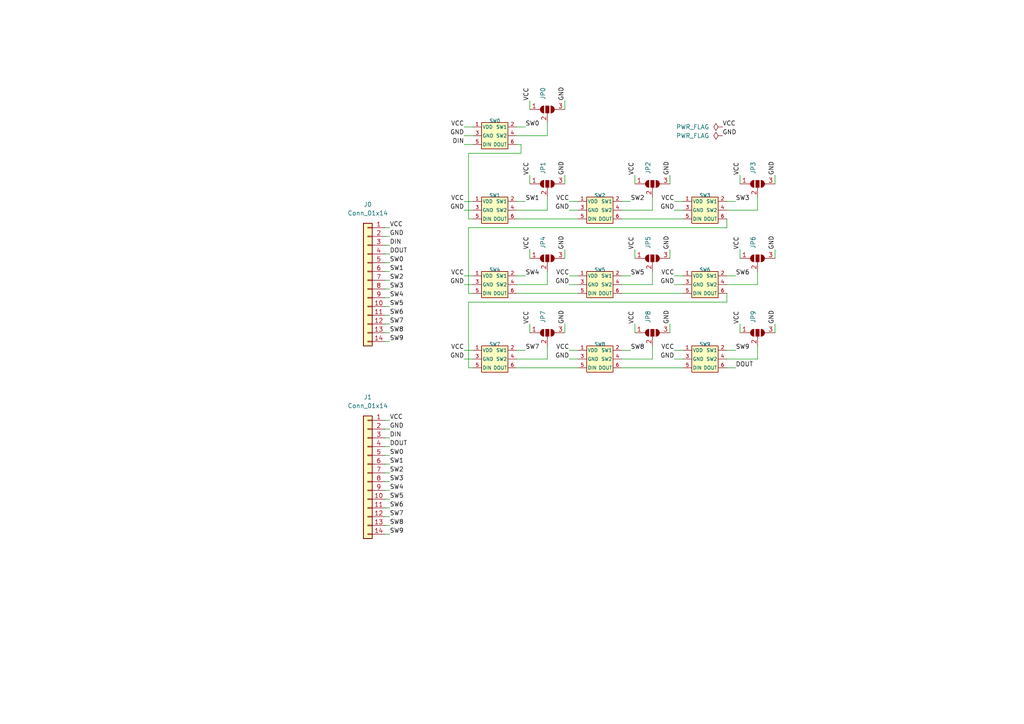
<source format=kicad_sch>
(kicad_sch
	(version 20250114)
	(generator "eeschema")
	(generator_version "9.0")
	(uuid "4ddc8ffa-824b-4166-b66e-c7264db9bf4e")
	(paper "A4")
	(title_block
		(title "Keypad Breakout for KaiH PG1511")
		(date "2022-10-11")
		(rev "1.0")
		(company "BlendEthanol by BZH Embedded Solutions")
	)
	(lib_symbols
		(symbol "Connector_Generic:Conn_01x14"
			(pin_names
				(offset 1.016)
				(hide yes)
			)
			(exclude_from_sim no)
			(in_bom yes)
			(on_board yes)
			(property "Reference" "J"
				(at 0 17.78 0)
				(effects
					(font
						(size 1.27 1.27)
					)
				)
			)
			(property "Value" "Conn_01x14"
				(at 0 -20.32 0)
				(effects
					(font
						(size 1.27 1.27)
					)
				)
			)
			(property "Footprint" ""
				(at 0 0 0)
				(effects
					(font
						(size 1.27 1.27)
					)
					(hide yes)
				)
			)
			(property "Datasheet" "~"
				(at 0 0 0)
				(effects
					(font
						(size 1.27 1.27)
					)
					(hide yes)
				)
			)
			(property "Description" "Generic connector, single row, 01x14, script generated (kicad-library-utils/schlib/autogen/connector/)"
				(at 0 0 0)
				(effects
					(font
						(size 1.27 1.27)
					)
					(hide yes)
				)
			)
			(property "ki_keywords" "connector"
				(at 0 0 0)
				(effects
					(font
						(size 1.27 1.27)
					)
					(hide yes)
				)
			)
			(property "ki_fp_filters" "Connector*:*_1x??_*"
				(at 0 0 0)
				(effects
					(font
						(size 1.27 1.27)
					)
					(hide yes)
				)
			)
			(symbol "Conn_01x14_1_1"
				(rectangle
					(start -1.27 16.51)
					(end 1.27 -19.05)
					(stroke
						(width 0.254)
						(type default)
					)
					(fill
						(type background)
					)
				)
				(rectangle
					(start -1.27 15.367)
					(end 0 15.113)
					(stroke
						(width 0.1524)
						(type default)
					)
					(fill
						(type none)
					)
				)
				(rectangle
					(start -1.27 12.827)
					(end 0 12.573)
					(stroke
						(width 0.1524)
						(type default)
					)
					(fill
						(type none)
					)
				)
				(rectangle
					(start -1.27 10.287)
					(end 0 10.033)
					(stroke
						(width 0.1524)
						(type default)
					)
					(fill
						(type none)
					)
				)
				(rectangle
					(start -1.27 7.747)
					(end 0 7.493)
					(stroke
						(width 0.1524)
						(type default)
					)
					(fill
						(type none)
					)
				)
				(rectangle
					(start -1.27 5.207)
					(end 0 4.953)
					(stroke
						(width 0.1524)
						(type default)
					)
					(fill
						(type none)
					)
				)
				(rectangle
					(start -1.27 2.667)
					(end 0 2.413)
					(stroke
						(width 0.1524)
						(type default)
					)
					(fill
						(type none)
					)
				)
				(rectangle
					(start -1.27 0.127)
					(end 0 -0.127)
					(stroke
						(width 0.1524)
						(type default)
					)
					(fill
						(type none)
					)
				)
				(rectangle
					(start -1.27 -2.413)
					(end 0 -2.667)
					(stroke
						(width 0.1524)
						(type default)
					)
					(fill
						(type none)
					)
				)
				(rectangle
					(start -1.27 -4.953)
					(end 0 -5.207)
					(stroke
						(width 0.1524)
						(type default)
					)
					(fill
						(type none)
					)
				)
				(rectangle
					(start -1.27 -7.493)
					(end 0 -7.747)
					(stroke
						(width 0.1524)
						(type default)
					)
					(fill
						(type none)
					)
				)
				(rectangle
					(start -1.27 -10.033)
					(end 0 -10.287)
					(stroke
						(width 0.1524)
						(type default)
					)
					(fill
						(type none)
					)
				)
				(rectangle
					(start -1.27 -12.573)
					(end 0 -12.827)
					(stroke
						(width 0.1524)
						(type default)
					)
					(fill
						(type none)
					)
				)
				(rectangle
					(start -1.27 -15.113)
					(end 0 -15.367)
					(stroke
						(width 0.1524)
						(type default)
					)
					(fill
						(type none)
					)
				)
				(rectangle
					(start -1.27 -17.653)
					(end 0 -17.907)
					(stroke
						(width 0.1524)
						(type default)
					)
					(fill
						(type none)
					)
				)
				(pin passive line
					(at -5.08 15.24 0)
					(length 3.81)
					(name "Pin_1"
						(effects
							(font
								(size 1.27 1.27)
							)
						)
					)
					(number "1"
						(effects
							(font
								(size 1.27 1.27)
							)
						)
					)
				)
				(pin passive line
					(at -5.08 12.7 0)
					(length 3.81)
					(name "Pin_2"
						(effects
							(font
								(size 1.27 1.27)
							)
						)
					)
					(number "2"
						(effects
							(font
								(size 1.27 1.27)
							)
						)
					)
				)
				(pin passive line
					(at -5.08 10.16 0)
					(length 3.81)
					(name "Pin_3"
						(effects
							(font
								(size 1.27 1.27)
							)
						)
					)
					(number "3"
						(effects
							(font
								(size 1.27 1.27)
							)
						)
					)
				)
				(pin passive line
					(at -5.08 7.62 0)
					(length 3.81)
					(name "Pin_4"
						(effects
							(font
								(size 1.27 1.27)
							)
						)
					)
					(number "4"
						(effects
							(font
								(size 1.27 1.27)
							)
						)
					)
				)
				(pin passive line
					(at -5.08 5.08 0)
					(length 3.81)
					(name "Pin_5"
						(effects
							(font
								(size 1.27 1.27)
							)
						)
					)
					(number "5"
						(effects
							(font
								(size 1.27 1.27)
							)
						)
					)
				)
				(pin passive line
					(at -5.08 2.54 0)
					(length 3.81)
					(name "Pin_6"
						(effects
							(font
								(size 1.27 1.27)
							)
						)
					)
					(number "6"
						(effects
							(font
								(size 1.27 1.27)
							)
						)
					)
				)
				(pin passive line
					(at -5.08 0 0)
					(length 3.81)
					(name "Pin_7"
						(effects
							(font
								(size 1.27 1.27)
							)
						)
					)
					(number "7"
						(effects
							(font
								(size 1.27 1.27)
							)
						)
					)
				)
				(pin passive line
					(at -5.08 -2.54 0)
					(length 3.81)
					(name "Pin_8"
						(effects
							(font
								(size 1.27 1.27)
							)
						)
					)
					(number "8"
						(effects
							(font
								(size 1.27 1.27)
							)
						)
					)
				)
				(pin passive line
					(at -5.08 -5.08 0)
					(length 3.81)
					(name "Pin_9"
						(effects
							(font
								(size 1.27 1.27)
							)
						)
					)
					(number "9"
						(effects
							(font
								(size 1.27 1.27)
							)
						)
					)
				)
				(pin passive line
					(at -5.08 -7.62 0)
					(length 3.81)
					(name "Pin_10"
						(effects
							(font
								(size 1.27 1.27)
							)
						)
					)
					(number "10"
						(effects
							(font
								(size 1.27 1.27)
							)
						)
					)
				)
				(pin passive line
					(at -5.08 -10.16 0)
					(length 3.81)
					(name "Pin_11"
						(effects
							(font
								(size 1.27 1.27)
							)
						)
					)
					(number "11"
						(effects
							(font
								(size 1.27 1.27)
							)
						)
					)
				)
				(pin passive line
					(at -5.08 -12.7 0)
					(length 3.81)
					(name "Pin_12"
						(effects
							(font
								(size 1.27 1.27)
							)
						)
					)
					(number "12"
						(effects
							(font
								(size 1.27 1.27)
							)
						)
					)
				)
				(pin passive line
					(at -5.08 -15.24 0)
					(length 3.81)
					(name "Pin_13"
						(effects
							(font
								(size 1.27 1.27)
							)
						)
					)
					(number "13"
						(effects
							(font
								(size 1.27 1.27)
							)
						)
					)
				)
				(pin passive line
					(at -5.08 -17.78 0)
					(length 3.81)
					(name "Pin_14"
						(effects
							(font
								(size 1.27 1.27)
							)
						)
					)
					(number "14"
						(effects
							(font
								(size 1.27 1.27)
							)
						)
					)
				)
			)
			(embedded_fonts no)
		)
		(symbol "Jumper:SolderJumper_3_Open"
			(pin_names
				(offset 0)
				(hide yes)
			)
			(exclude_from_sim yes)
			(in_bom no)
			(on_board yes)
			(property "Reference" "JP"
				(at -2.54 -2.54 0)
				(effects
					(font
						(size 1.27 1.27)
					)
				)
			)
			(property "Value" "SolderJumper_3_Open"
				(at 0 2.794 0)
				(effects
					(font
						(size 1.27 1.27)
					)
				)
			)
			(property "Footprint" ""
				(at 0 0 0)
				(effects
					(font
						(size 1.27 1.27)
					)
					(hide yes)
				)
			)
			(property "Datasheet" "~"
				(at 0 0 0)
				(effects
					(font
						(size 1.27 1.27)
					)
					(hide yes)
				)
			)
			(property "Description" "Solder Jumper, 3-pole, open"
				(at 0 0 0)
				(effects
					(font
						(size 1.27 1.27)
					)
					(hide yes)
				)
			)
			(property "ki_keywords" "Solder Jumper SPDT"
				(at 0 0 0)
				(effects
					(font
						(size 1.27 1.27)
					)
					(hide yes)
				)
			)
			(property "ki_fp_filters" "SolderJumper*Open*"
				(at 0 0 0)
				(effects
					(font
						(size 1.27 1.27)
					)
					(hide yes)
				)
			)
			(symbol "SolderJumper_3_Open_0_1"
				(polyline
					(pts
						(xy -2.54 0) (xy -2.032 0)
					)
					(stroke
						(width 0)
						(type default)
					)
					(fill
						(type none)
					)
				)
				(polyline
					(pts
						(xy -1.016 1.016) (xy -1.016 -1.016)
					)
					(stroke
						(width 0)
						(type default)
					)
					(fill
						(type none)
					)
				)
				(arc
					(start -1.016 -1.016)
					(mid -2.0276 0)
					(end -1.016 1.016)
					(stroke
						(width 0)
						(type default)
					)
					(fill
						(type none)
					)
				)
				(arc
					(start -1.016 -1.016)
					(mid -2.0276 0)
					(end -1.016 1.016)
					(stroke
						(width 0)
						(type default)
					)
					(fill
						(type outline)
					)
				)
				(rectangle
					(start -0.508 1.016)
					(end 0.508 -1.016)
					(stroke
						(width 0)
						(type default)
					)
					(fill
						(type outline)
					)
				)
				(polyline
					(pts
						(xy 0 -1.27) (xy 0 -1.016)
					)
					(stroke
						(width 0)
						(type default)
					)
					(fill
						(type none)
					)
				)
				(arc
					(start 1.016 1.016)
					(mid 2.0276 0)
					(end 1.016 -1.016)
					(stroke
						(width 0)
						(type default)
					)
					(fill
						(type none)
					)
				)
				(arc
					(start 1.016 1.016)
					(mid 2.0276 0)
					(end 1.016 -1.016)
					(stroke
						(width 0)
						(type default)
					)
					(fill
						(type outline)
					)
				)
				(polyline
					(pts
						(xy 1.016 1.016) (xy 1.016 -1.016)
					)
					(stroke
						(width 0)
						(type default)
					)
					(fill
						(type none)
					)
				)
				(polyline
					(pts
						(xy 2.54 0) (xy 2.032 0)
					)
					(stroke
						(width 0)
						(type default)
					)
					(fill
						(type none)
					)
				)
			)
			(symbol "SolderJumper_3_Open_1_1"
				(pin passive line
					(at -5.08 0 0)
					(length 2.54)
					(name "A"
						(effects
							(font
								(size 1.27 1.27)
							)
						)
					)
					(number "1"
						(effects
							(font
								(size 1.27 1.27)
							)
						)
					)
				)
				(pin passive line
					(at 0 -3.81 90)
					(length 2.54)
					(name "C"
						(effects
							(font
								(size 1.27 1.27)
							)
						)
					)
					(number "2"
						(effects
							(font
								(size 1.27 1.27)
							)
						)
					)
				)
				(pin passive line
					(at 5.08 0 180)
					(length 2.54)
					(name "B"
						(effects
							(font
								(size 1.27 1.27)
							)
						)
					)
					(number "3"
						(effects
							(font
								(size 1.27 1.27)
							)
						)
					)
				)
			)
			(embedded_fonts no)
		)
		(symbol "KAILH_SWITCH:SW_RGB"
			(pin_names
				(offset 0.25)
			)
			(exclude_from_sim no)
			(in_bom yes)
			(on_board yes)
			(property "Reference" "SW"
				(at -3.175 5.08 0)
				(effects
					(font
						(size 1 1)
					)
				)
			)
			(property "Value" "SW_RGB"
				(at 1.27 5.08 0)
				(effects
					(font
						(size 1 1)
					)
					(hide yes)
				)
			)
			(property "Footprint" "KAILH_SWITCH:PG1511B_CPG1511B01D03_EMB_RGB_BACK"
				(at 0 -5.08 0)
				(effects
					(font
						(size 1 1)
					)
					(hide yes)
				)
			)
			(property "Datasheet" ""
				(at 0 10.16 0)
				(effects
					(font
						(size 1 1)
					)
					(hide yes)
				)
			)
			(property "Description" ""
				(at 0 0 0)
				(effects
					(font
						(size 1.27 1.27)
					)
					(hide yes)
				)
			)
			(symbol "SW_RGB_0_0"
				(pin power_in line
					(at -6.35 2.54 0)
					(length 2.5)
					(name "VDD"
						(effects
							(font
								(size 1 1)
							)
						)
					)
					(number "1"
						(effects
							(font
								(size 1 1)
							)
						)
					)
				)
				(pin power_in line
					(at -6.35 0 0)
					(length 2.5)
					(name "GND"
						(effects
							(font
								(size 1 1)
							)
						)
					)
					(number "3"
						(effects
							(font
								(size 1 1)
							)
						)
					)
				)
				(pin input line
					(at -6.35 -2.54 0)
					(length 2.5)
					(name "DIN"
						(effects
							(font
								(size 1 1)
							)
						)
					)
					(number "5"
						(effects
							(font
								(size 1 1)
							)
						)
					)
				)
				(pin passive line
					(at 6.35 2.54 180)
					(length 2.5)
					(name "SW1"
						(effects
							(font
								(size 1 1)
							)
						)
					)
					(number "2"
						(effects
							(font
								(size 1 1)
							)
						)
					)
				)
				(pin passive line
					(at 6.35 0 180)
					(length 2.5)
					(name "SW2"
						(effects
							(font
								(size 1 1)
							)
						)
					)
					(number "4"
						(effects
							(font
								(size 1 1)
							)
						)
					)
				)
				(pin output line
					(at 6.35 -2.54 180)
					(length 2.5)
					(name "DOUT"
						(effects
							(font
								(size 1 1)
							)
						)
					)
					(number "6"
						(effects
							(font
								(size 1 1)
							)
						)
					)
				)
			)
			(symbol "SW_RGB_0_1"
				(rectangle
					(start -3.81 3.81)
					(end 3.81 -3.81)
					(stroke
						(width 0.2)
						(type default)
					)
					(fill
						(type background)
					)
				)
			)
			(embedded_fonts no)
		)
		(symbol "power:PWR_FLAG"
			(power)
			(pin_numbers
				(hide yes)
			)
			(pin_names
				(offset 0)
				(hide yes)
			)
			(exclude_from_sim no)
			(in_bom yes)
			(on_board yes)
			(property "Reference" "#FLG"
				(at 0 1.905 0)
				(effects
					(font
						(size 1.27 1.27)
					)
					(hide yes)
				)
			)
			(property "Value" "PWR_FLAG"
				(at 0 3.81 0)
				(effects
					(font
						(size 1.27 1.27)
					)
				)
			)
			(property "Footprint" ""
				(at 0 0 0)
				(effects
					(font
						(size 1.27 1.27)
					)
					(hide yes)
				)
			)
			(property "Datasheet" "~"
				(at 0 0 0)
				(effects
					(font
						(size 1.27 1.27)
					)
					(hide yes)
				)
			)
			(property "Description" "Special symbol for telling ERC where power comes from"
				(at 0 0 0)
				(effects
					(font
						(size 1.27 1.27)
					)
					(hide yes)
				)
			)
			(property "ki_keywords" "flag power"
				(at 0 0 0)
				(effects
					(font
						(size 1.27 1.27)
					)
					(hide yes)
				)
			)
			(symbol "PWR_FLAG_0_0"
				(pin power_out line
					(at 0 0 90)
					(length 0)
					(name "~"
						(effects
							(font
								(size 1.27 1.27)
							)
						)
					)
					(number "1"
						(effects
							(font
								(size 1.27 1.27)
							)
						)
					)
				)
			)
			(symbol "PWR_FLAG_0_1"
				(polyline
					(pts
						(xy 0 0) (xy 0 1.27) (xy -1.016 1.905) (xy 0 2.54) (xy 1.016 1.905) (xy 0 1.27)
					)
					(stroke
						(width 0)
						(type default)
					)
					(fill
						(type none)
					)
				)
			)
			(embedded_fonts no)
		)
	)
	(wire
		(pts
			(xy 111.76 152.4) (xy 113.03 152.4)
		)
		(stroke
			(width 0)
			(type default)
		)
		(uuid "0190c742-90c7-42b7-8218-df497c7b3da2")
	)
	(wire
		(pts
			(xy 195.58 60.96) (xy 198.12 60.96)
		)
		(stroke
			(width 0)
			(type default)
		)
		(uuid "0543370a-ff94-4825-bbcf-e8bf4471837d")
	)
	(wire
		(pts
			(xy 165.1 104.14) (xy 167.64 104.14)
		)
		(stroke
			(width 0)
			(type default)
		)
		(uuid "0590c7a2-8e26-4bb2-b2cc-a8b986356e79")
	)
	(wire
		(pts
			(xy 189.23 104.14) (xy 189.23 100.33)
		)
		(stroke
			(width 0)
			(type default)
		)
		(uuid "0ae3c579-26d1-49eb-98a4-270da819bc4e")
	)
	(wire
		(pts
			(xy 210.82 82.55) (xy 219.71 82.55)
		)
		(stroke
			(width 0)
			(type default)
		)
		(uuid "0d9f6543-fe3b-4757-862c-e446c9763f2b")
	)
	(wire
		(pts
			(xy 111.76 137.16) (xy 113.03 137.16)
		)
		(stroke
			(width 0)
			(type default)
		)
		(uuid "0f42ce3c-c073-4e3b-b0de-45ff606ffc9a")
	)
	(wire
		(pts
			(xy 134.62 104.14) (xy 137.16 104.14)
		)
		(stroke
			(width 0)
			(type default)
		)
		(uuid "10645a70-37d2-4e3d-beb3-5082425fef9c")
	)
	(wire
		(pts
			(xy 210.82 104.14) (xy 219.71 104.14)
		)
		(stroke
			(width 0)
			(type default)
		)
		(uuid "1357ccdc-5e38-4344-b01d-683f71f41ab5")
	)
	(wire
		(pts
			(xy 210.82 101.6) (xy 213.36 101.6)
		)
		(stroke
			(width 0)
			(type default)
		)
		(uuid "16cad0bf-007f-46b0-950c-d2fa31e91587")
	)
	(wire
		(pts
			(xy 149.86 82.55) (xy 158.75 82.55)
		)
		(stroke
			(width 0)
			(type default)
		)
		(uuid "1b78483c-5ca1-4607-b9c6-058236bb4a87")
	)
	(wire
		(pts
			(xy 195.58 58.42) (xy 198.12 58.42)
		)
		(stroke
			(width 0)
			(type default)
		)
		(uuid "1ecf0cea-baa7-4cf2-87d2-3f2ccc837aeb")
	)
	(wire
		(pts
			(xy 149.86 60.96) (xy 158.75 60.96)
		)
		(stroke
			(width 0)
			(type default)
		)
		(uuid "1ee80ae0-8caa-4d1c-a2fa-53e6d3534de5")
	)
	(wire
		(pts
			(xy 111.76 76.2) (xy 113.03 76.2)
		)
		(stroke
			(width 0)
			(type default)
		)
		(uuid "1f83f015-694d-4fa0-8eb0-43474f5a2052")
	)
	(wire
		(pts
			(xy 134.62 58.42) (xy 137.16 58.42)
		)
		(stroke
			(width 0)
			(type default)
		)
		(uuid "207f8663-3bf7-4652-9714-ff8ffa311a66")
	)
	(wire
		(pts
			(xy 195.58 82.55) (xy 198.12 82.55)
		)
		(stroke
			(width 0)
			(type default)
		)
		(uuid "21af0ec7-5d86-41ac-8f66-59d09657a220")
	)
	(wire
		(pts
			(xy 184.15 96.52) (xy 184.15 93.98)
		)
		(stroke
			(width 0)
			(type default)
		)
		(uuid "22feb0cc-10eb-4b31-971a-a154c16a0ceb")
	)
	(wire
		(pts
			(xy 180.34 60.96) (xy 189.23 60.96)
		)
		(stroke
			(width 0)
			(type default)
		)
		(uuid "252befd9-8668-468d-b883-6f3bbdc7f154")
	)
	(wire
		(pts
			(xy 153.67 53.34) (xy 153.67 50.8)
		)
		(stroke
			(width 0)
			(type default)
		)
		(uuid "2714e069-be30-47a2-b133-59f7dd20bd1c")
	)
	(wire
		(pts
			(xy 149.86 104.14) (xy 158.75 104.14)
		)
		(stroke
			(width 0)
			(type default)
		)
		(uuid "28484161-1cdb-4790-9153-1c148930f96b")
	)
	(wire
		(pts
			(xy 194.31 96.52) (xy 194.31 93.98)
		)
		(stroke
			(width 0)
			(type default)
		)
		(uuid "30ce8157-96bb-4451-bf46-900ac5d8445d")
	)
	(wire
		(pts
			(xy 134.62 41.91) (xy 137.16 41.91)
		)
		(stroke
			(width 0)
			(type default)
		)
		(uuid "31ef5689-0004-4b96-9f07-d813a233e6b1")
	)
	(wire
		(pts
			(xy 135.89 66.04) (xy 210.82 66.04)
		)
		(stroke
			(width 0)
			(type default)
		)
		(uuid "328d4353-c5cc-4e44-81a3-bed908386e01")
	)
	(wire
		(pts
			(xy 184.15 74.93) (xy 184.15 72.39)
		)
		(stroke
			(width 0)
			(type default)
		)
		(uuid "33b368db-9f09-4e11-8dc4-c89c0bb36389")
	)
	(wire
		(pts
			(xy 180.34 104.14) (xy 189.23 104.14)
		)
		(stroke
			(width 0)
			(type default)
		)
		(uuid "3745f952-cfcc-4c39-b80c-d3aa0a7c582b")
	)
	(wire
		(pts
			(xy 180.34 106.68) (xy 198.12 106.68)
		)
		(stroke
			(width 0)
			(type default)
		)
		(uuid "38d944e5-89da-4c4f-90de-7a602cb4ef9c")
	)
	(wire
		(pts
			(xy 189.23 82.55) (xy 189.23 78.74)
		)
		(stroke
			(width 0)
			(type default)
		)
		(uuid "41b466d3-9c16-4bdc-8ee9-3b9dd54c9811")
	)
	(wire
		(pts
			(xy 149.86 39.37) (xy 158.75 39.37)
		)
		(stroke
			(width 0)
			(type default)
		)
		(uuid "435849f1-aef5-4d0f-a8b1-398ff5323b48")
	)
	(wire
		(pts
			(xy 135.89 44.45) (xy 151.13 44.45)
		)
		(stroke
			(width 0)
			(type default)
		)
		(uuid "4a776d69-61f4-4d53-9456-40350403d49e")
	)
	(wire
		(pts
			(xy 135.89 85.09) (xy 137.16 85.09)
		)
		(stroke
			(width 0)
			(type default)
		)
		(uuid "4cdcb9b4-1f4d-4fa8-b00e-b26eeeaf8add")
	)
	(wire
		(pts
			(xy 149.86 106.68) (xy 167.64 106.68)
		)
		(stroke
			(width 0)
			(type default)
		)
		(uuid "4ff520fa-3f38-401a-b732-0f768296f98c")
	)
	(wire
		(pts
			(xy 214.63 96.52) (xy 214.63 93.98)
		)
		(stroke
			(width 0)
			(type default)
		)
		(uuid "52103c3c-51a7-4bc0-ae09-7a4be2940e92")
	)
	(wire
		(pts
			(xy 180.34 101.6) (xy 182.88 101.6)
		)
		(stroke
			(width 0)
			(type default)
		)
		(uuid "5467fb9a-0238-41c4-90ad-72e5b4383248")
	)
	(wire
		(pts
			(xy 153.67 74.93) (xy 153.67 72.39)
		)
		(stroke
			(width 0)
			(type default)
		)
		(uuid "55e9411d-8082-44b0-9445-fa381ea540e4")
	)
	(wire
		(pts
			(xy 135.89 66.04) (xy 135.89 85.09)
		)
		(stroke
			(width 0)
			(type default)
		)
		(uuid "5efa420c-8b54-4326-9094-741c3cae36c7")
	)
	(wire
		(pts
			(xy 163.83 74.93) (xy 163.83 72.39)
		)
		(stroke
			(width 0)
			(type default)
		)
		(uuid "60d60d10-fab2-40a4-ae9b-4d29201b0d24")
	)
	(wire
		(pts
			(xy 189.23 60.96) (xy 189.23 57.15)
		)
		(stroke
			(width 0)
			(type default)
		)
		(uuid "6158e9d7-c75d-40a1-84bb-571f6fba9878")
	)
	(wire
		(pts
			(xy 195.58 80.01) (xy 198.12 80.01)
		)
		(stroke
			(width 0)
			(type default)
		)
		(uuid "61597475-1865-4d2c-ad6b-e11adb882649")
	)
	(wire
		(pts
			(xy 111.76 144.78) (xy 113.03 144.78)
		)
		(stroke
			(width 0)
			(type default)
		)
		(uuid "63c56155-a010-4531-8436-2a4443812730")
	)
	(wire
		(pts
			(xy 135.89 87.63) (xy 135.89 106.68)
		)
		(stroke
			(width 0)
			(type default)
		)
		(uuid "642c7231-4317-40c4-9571-5353746abe36")
	)
	(wire
		(pts
			(xy 180.34 82.55) (xy 189.23 82.55)
		)
		(stroke
			(width 0)
			(type default)
		)
		(uuid "666aff36-4091-4f36-9010-4bc0f25eec36")
	)
	(wire
		(pts
			(xy 134.62 82.55) (xy 137.16 82.55)
		)
		(stroke
			(width 0)
			(type default)
		)
		(uuid "667197d3-c1c5-4a52-9998-3662e2bf91c7")
	)
	(wire
		(pts
			(xy 194.31 53.34) (xy 194.31 50.8)
		)
		(stroke
			(width 0)
			(type default)
		)
		(uuid "668a8f9d-176d-4a7f-8bad-18173f60fd28")
	)
	(wire
		(pts
			(xy 135.89 87.63) (xy 210.82 87.63)
		)
		(stroke
			(width 0)
			(type default)
		)
		(uuid "69d2b711-3d5c-4b3c-8931-41d50c916ac1")
	)
	(wire
		(pts
			(xy 195.58 104.14) (xy 198.12 104.14)
		)
		(stroke
			(width 0)
			(type default)
		)
		(uuid "7078d8e6-1e44-432c-a841-0f6687ffa844")
	)
	(wire
		(pts
			(xy 158.75 82.55) (xy 158.75 78.74)
		)
		(stroke
			(width 0)
			(type default)
		)
		(uuid "71aec436-c4fe-41cf-8835-b2a37777933b")
	)
	(wire
		(pts
			(xy 194.31 74.93) (xy 194.31 72.39)
		)
		(stroke
			(width 0)
			(type default)
		)
		(uuid "72c877b6-ea35-40bb-a117-66ef379797ee")
	)
	(wire
		(pts
			(xy 210.82 63.5) (xy 210.82 66.04)
		)
		(stroke
			(width 0)
			(type default)
		)
		(uuid "76735ad9-b945-4823-b0bb-b2cc91dcad2e")
	)
	(wire
		(pts
			(xy 153.67 96.52) (xy 153.67 93.98)
		)
		(stroke
			(width 0)
			(type default)
		)
		(uuid "77e3b12d-e528-48ce-a024-c7860a95bd4a")
	)
	(wire
		(pts
			(xy 219.71 60.96) (xy 219.71 57.15)
		)
		(stroke
			(width 0)
			(type default)
		)
		(uuid "795988bd-c477-4259-9ef8-be9498cc984c")
	)
	(wire
		(pts
			(xy 210.82 60.96) (xy 219.71 60.96)
		)
		(stroke
			(width 0)
			(type default)
		)
		(uuid "7999349e-c136-4fc5-a5d1-f6045231f441")
	)
	(wire
		(pts
			(xy 111.76 78.74) (xy 113.03 78.74)
		)
		(stroke
			(width 0)
			(type default)
		)
		(uuid "7e10e523-a61d-446d-8fb3-9bd2dc4a779a")
	)
	(wire
		(pts
			(xy 111.76 66.04) (xy 113.03 66.04)
		)
		(stroke
			(width 0)
			(type default)
		)
		(uuid "7e62bd6c-2e96-4e62-accf-c204e513ac2b")
	)
	(wire
		(pts
			(xy 210.82 106.68) (xy 213.36 106.68)
		)
		(stroke
			(width 0)
			(type default)
		)
		(uuid "7f81f58a-9a62-43e3-b5cd-34a1868f2d5c")
	)
	(wire
		(pts
			(xy 111.76 96.52) (xy 113.03 96.52)
		)
		(stroke
			(width 0)
			(type default)
		)
		(uuid "83ddff31-c740-4a65-a79c-c0b3266c6595")
	)
	(wire
		(pts
			(xy 165.1 58.42) (xy 167.64 58.42)
		)
		(stroke
			(width 0)
			(type default)
		)
		(uuid "85c1e383-4c7d-4e78-a113-5f81d9d7e762")
	)
	(wire
		(pts
			(xy 111.76 88.9) (xy 113.03 88.9)
		)
		(stroke
			(width 0)
			(type default)
		)
		(uuid "89aec9be-3941-40b4-8cce-f406934029d5")
	)
	(wire
		(pts
			(xy 134.62 80.01) (xy 137.16 80.01)
		)
		(stroke
			(width 0)
			(type default)
		)
		(uuid "8a180c76-d71a-479c-9307-160b0b3f9589")
	)
	(wire
		(pts
			(xy 111.76 129.54) (xy 113.03 129.54)
		)
		(stroke
			(width 0)
			(type default)
		)
		(uuid "8adc2dcb-7c12-477c-8746-ba2cf72d404b")
	)
	(wire
		(pts
			(xy 111.76 83.82) (xy 113.03 83.82)
		)
		(stroke
			(width 0)
			(type default)
		)
		(uuid "8b070df7-280e-4cf1-9c1d-b2ccecaa1818")
	)
	(wire
		(pts
			(xy 111.76 71.12) (xy 113.03 71.12)
		)
		(stroke
			(width 0)
			(type default)
		)
		(uuid "8ba65513-3004-4336-ad2c-017f260bd7c7")
	)
	(wire
		(pts
			(xy 224.79 96.52) (xy 224.79 93.98)
		)
		(stroke
			(width 0)
			(type default)
		)
		(uuid "9557b1a3-c636-4fda-83fb-8c0e192ed587")
	)
	(wire
		(pts
			(xy 111.76 154.94) (xy 113.03 154.94)
		)
		(stroke
			(width 0)
			(type default)
		)
		(uuid "9645dfc9-eb84-498d-9a9f-39db91fe7fa1")
	)
	(wire
		(pts
			(xy 180.34 63.5) (xy 198.12 63.5)
		)
		(stroke
			(width 0)
			(type default)
		)
		(uuid "9a4e3f4a-6531-413d-9e45-dfbff6b19845")
	)
	(wire
		(pts
			(xy 224.79 74.93) (xy 224.79 72.39)
		)
		(stroke
			(width 0)
			(type default)
		)
		(uuid "9ab61251-f83e-4183-ae39-d65e8de88e26")
	)
	(wire
		(pts
			(xy 163.83 31.75) (xy 163.83 29.21)
		)
		(stroke
			(width 0)
			(type default)
		)
		(uuid "9b323435-3c9b-4b17-8477-6be09e4fca2e")
	)
	(wire
		(pts
			(xy 111.76 68.58) (xy 113.03 68.58)
		)
		(stroke
			(width 0)
			(type default)
		)
		(uuid "9b549d9c-a8e1-446e-a302-1cd3cc521e12")
	)
	(wire
		(pts
			(xy 111.76 121.92) (xy 113.03 121.92)
		)
		(stroke
			(width 0)
			(type default)
		)
		(uuid "9dd29e9d-40cb-412a-bc20-6b3c1e7e1cd0")
	)
	(wire
		(pts
			(xy 158.75 39.37) (xy 158.75 35.56)
		)
		(stroke
			(width 0)
			(type default)
		)
		(uuid "9fc51549-9428-4ee8-97b7-1609ee170f35")
	)
	(wire
		(pts
			(xy 180.34 58.42) (xy 182.88 58.42)
		)
		(stroke
			(width 0)
			(type default)
		)
		(uuid "a1204192-0b4d-4885-8283-69d5cec77f67")
	)
	(wire
		(pts
			(xy 163.83 96.52) (xy 163.83 93.98)
		)
		(stroke
			(width 0)
			(type default)
		)
		(uuid "a2fd2586-02ec-4ade-9482-0fd4c38fae21")
	)
	(wire
		(pts
			(xy 163.83 53.34) (xy 163.83 50.8)
		)
		(stroke
			(width 0)
			(type default)
		)
		(uuid "a347cee0-43b8-4181-95ec-49a2055a5bd6")
	)
	(wire
		(pts
			(xy 165.1 60.96) (xy 167.64 60.96)
		)
		(stroke
			(width 0)
			(type default)
		)
		(uuid "ac9c121a-93b6-4a99-884e-0eb65a715b38")
	)
	(wire
		(pts
			(xy 135.89 106.68) (xy 137.16 106.68)
		)
		(stroke
			(width 0)
			(type default)
		)
		(uuid "b06ff579-563f-41a7-94a8-cb439f1b9ee0")
	)
	(wire
		(pts
			(xy 111.76 73.66) (xy 113.03 73.66)
		)
		(stroke
			(width 0)
			(type default)
		)
		(uuid "b09a91cb-c558-474b-ba21-472500646af2")
	)
	(wire
		(pts
			(xy 210.82 80.01) (xy 213.36 80.01)
		)
		(stroke
			(width 0)
			(type default)
		)
		(uuid "b0affb6a-9026-4779-a196-a2fec0b26d00")
	)
	(wire
		(pts
			(xy 158.75 60.96) (xy 158.75 57.15)
		)
		(stroke
			(width 0)
			(type default)
		)
		(uuid "b5c4a6dd-02ba-4468-9e41-7cd505e77ac6")
	)
	(wire
		(pts
			(xy 111.76 86.36) (xy 113.03 86.36)
		)
		(stroke
			(width 0)
			(type default)
		)
		(uuid "b6c5353d-cb30-4524-98cd-deaed08e2abb")
	)
	(wire
		(pts
			(xy 111.76 132.08) (xy 113.03 132.08)
		)
		(stroke
			(width 0)
			(type default)
		)
		(uuid "b84a54fe-2855-498a-ae0f-4c5e17f1cf2c")
	)
	(wire
		(pts
			(xy 149.86 85.09) (xy 167.64 85.09)
		)
		(stroke
			(width 0)
			(type default)
		)
		(uuid "b871dfab-2219-4fb9-a1c6-7102279848b6")
	)
	(wire
		(pts
			(xy 184.15 53.34) (xy 184.15 50.8)
		)
		(stroke
			(width 0)
			(type default)
		)
		(uuid "b89b18ba-741c-4daa-b37a-1ddea81c8196")
	)
	(wire
		(pts
			(xy 111.76 149.86) (xy 113.03 149.86)
		)
		(stroke
			(width 0)
			(type default)
		)
		(uuid "bceb1cd4-c986-4a8f-b2bd-7c0d647a691f")
	)
	(wire
		(pts
			(xy 111.76 81.28) (xy 113.03 81.28)
		)
		(stroke
			(width 0)
			(type default)
		)
		(uuid "c2016e1e-d730-4a12-92d7-91eb961edf4c")
	)
	(wire
		(pts
			(xy 149.86 80.01) (xy 152.4 80.01)
		)
		(stroke
			(width 0)
			(type default)
		)
		(uuid "c583003b-bd35-41fd-80fe-efc7d3b097bc")
	)
	(wire
		(pts
			(xy 180.34 85.09) (xy 198.12 85.09)
		)
		(stroke
			(width 0)
			(type default)
		)
		(uuid "c82f7016-2f0d-4311-b2f8-951f5a188663")
	)
	(wire
		(pts
			(xy 134.62 36.83) (xy 137.16 36.83)
		)
		(stroke
			(width 0)
			(type default)
		)
		(uuid "caf9a495-778c-4138-b5e1-d3a8da0f930d")
	)
	(wire
		(pts
			(xy 111.76 93.98) (xy 113.03 93.98)
		)
		(stroke
			(width 0)
			(type default)
		)
		(uuid "cbb8d370-05dc-46b4-8336-ea6008fffee1")
	)
	(wire
		(pts
			(xy 135.89 44.45) (xy 135.89 63.5)
		)
		(stroke
			(width 0)
			(type default)
		)
		(uuid "ccf005a9-1733-4ae3-8dda-1b7b2bc9dbb4")
	)
	(wire
		(pts
			(xy 111.76 127) (xy 113.03 127)
		)
		(stroke
			(width 0)
			(type default)
		)
		(uuid "ccfe9834-8c26-4268-93c6-44c153f7bd0b")
	)
	(wire
		(pts
			(xy 111.76 147.32) (xy 113.03 147.32)
		)
		(stroke
			(width 0)
			(type default)
		)
		(uuid "cf01433f-542c-485b-b5ff-16fd27e69470")
	)
	(wire
		(pts
			(xy 134.62 101.6) (xy 137.16 101.6)
		)
		(stroke
			(width 0)
			(type default)
		)
		(uuid "cffce42d-0771-459b-a7fb-d1e498ebbd65")
	)
	(wire
		(pts
			(xy 111.76 91.44) (xy 113.03 91.44)
		)
		(stroke
			(width 0)
			(type default)
		)
		(uuid "d0c15cdb-611a-4b53-a6aa-60d19e4d52c9")
	)
	(wire
		(pts
			(xy 134.62 39.37) (xy 137.16 39.37)
		)
		(stroke
			(width 0)
			(type default)
		)
		(uuid "d255ef10-0c64-4c1c-b67d-64210fe6f29d")
	)
	(wire
		(pts
			(xy 224.79 53.34) (xy 224.79 50.8)
		)
		(stroke
			(width 0)
			(type default)
		)
		(uuid "d33aad04-9c67-45b5-95e4-0051e6b860ef")
	)
	(wire
		(pts
			(xy 214.63 53.34) (xy 214.63 50.8)
		)
		(stroke
			(width 0)
			(type default)
		)
		(uuid "d3692c54-8990-4006-b55a-0631f1a9d5ff")
	)
	(wire
		(pts
			(xy 111.76 142.24) (xy 113.03 142.24)
		)
		(stroke
			(width 0)
			(type default)
		)
		(uuid "d422b703-ab46-40a2-8068-163c4f26a2bf")
	)
	(wire
		(pts
			(xy 149.86 58.42) (xy 152.4 58.42)
		)
		(stroke
			(width 0)
			(type default)
		)
		(uuid "d923a09c-8822-4a0f-ac46-909c534997c9")
	)
	(wire
		(pts
			(xy 149.86 36.83) (xy 152.4 36.83)
		)
		(stroke
			(width 0)
			(type default)
		)
		(uuid "d9537033-56a6-4434-a72c-9c0dee05af05")
	)
	(wire
		(pts
			(xy 195.58 101.6) (xy 198.12 101.6)
		)
		(stroke
			(width 0)
			(type default)
		)
		(uuid "db2e394b-51b1-4f79-93a2-b3f95fe08438")
	)
	(wire
		(pts
			(xy 149.86 63.5) (xy 167.64 63.5)
		)
		(stroke
			(width 0)
			(type default)
		)
		(uuid "dbc5e76f-a29a-48c1-a50a-cccf5ac9c918")
	)
	(wire
		(pts
			(xy 219.71 104.14) (xy 219.71 100.33)
		)
		(stroke
			(width 0)
			(type default)
		)
		(uuid "dc4d1fe8-b941-4cd3-9b89-957f5de2b035")
	)
	(wire
		(pts
			(xy 158.75 104.14) (xy 158.75 100.33)
		)
		(stroke
			(width 0)
			(type default)
		)
		(uuid "dc8061f4-3886-48e2-ba03-0cd9c7abc4ec")
	)
	(wire
		(pts
			(xy 135.89 63.5) (xy 137.16 63.5)
		)
		(stroke
			(width 0)
			(type default)
		)
		(uuid "e4625553-add5-44fa-9089-d1f950f770fc")
	)
	(wire
		(pts
			(xy 210.82 85.09) (xy 210.82 87.63)
		)
		(stroke
			(width 0)
			(type default)
		)
		(uuid "e47718bc-5c81-4eea-96d6-26b57c065ce3")
	)
	(wire
		(pts
			(xy 219.71 82.55) (xy 219.71 78.74)
		)
		(stroke
			(width 0)
			(type default)
		)
		(uuid "e70dbf57-468a-4156-a383-b7586031df91")
	)
	(wire
		(pts
			(xy 111.76 134.62) (xy 113.03 134.62)
		)
		(stroke
			(width 0)
			(type default)
		)
		(uuid "edd76427-ba68-451b-aef4-7652a32ca628")
	)
	(wire
		(pts
			(xy 165.1 101.6) (xy 167.64 101.6)
		)
		(stroke
			(width 0)
			(type default)
		)
		(uuid "edf3dd04-4c5c-43c9-a8e6-01fd710cc27f")
	)
	(wire
		(pts
			(xy 151.13 44.45) (xy 151.13 41.91)
		)
		(stroke
			(width 0)
			(type default)
		)
		(uuid "eec00dc0-d2c8-4c02-8af2-7497e6c3df03")
	)
	(wire
		(pts
			(xy 111.76 99.06) (xy 113.03 99.06)
		)
		(stroke
			(width 0)
			(type default)
		)
		(uuid "f038d0b4-d117-47b2-b855-d3706943c381")
	)
	(wire
		(pts
			(xy 151.13 41.91) (xy 149.86 41.91)
		)
		(stroke
			(width 0)
			(type default)
		)
		(uuid "f0ab0fb7-f3b6-4702-ab2e-0b86cb82b603")
	)
	(wire
		(pts
			(xy 210.82 58.42) (xy 213.36 58.42)
		)
		(stroke
			(width 0)
			(type default)
		)
		(uuid "f15193a2-a7b7-4b1a-9dfc-6971b7391ab5")
	)
	(wire
		(pts
			(xy 165.1 82.55) (xy 167.64 82.55)
		)
		(stroke
			(width 0)
			(type default)
		)
		(uuid "f1c2c0ed-97d8-48f8-a86a-e4fbc6f53846")
	)
	(wire
		(pts
			(xy 180.34 80.01) (xy 182.88 80.01)
		)
		(stroke
			(width 0)
			(type default)
		)
		(uuid "f4cf9f66-f2f5-4244-9d5c-e79bc63e7a13")
	)
	(wire
		(pts
			(xy 165.1 80.01) (xy 167.64 80.01)
		)
		(stroke
			(width 0)
			(type default)
		)
		(uuid "f84a9b6a-f698-4b94-be9c-9342cf8bec47")
	)
	(wire
		(pts
			(xy 111.76 124.46) (xy 113.03 124.46)
		)
		(stroke
			(width 0)
			(type default)
		)
		(uuid "f877ca86-7d2f-4872-9288-2d05386f3588")
	)
	(wire
		(pts
			(xy 214.63 74.93) (xy 214.63 72.39)
		)
		(stroke
			(width 0)
			(type default)
		)
		(uuid "f9e58aac-4988-43bf-ab90-3730e545228a")
	)
	(wire
		(pts
			(xy 153.67 31.75) (xy 153.67 29.21)
		)
		(stroke
			(width 0)
			(type default)
		)
		(uuid "fb836eda-d250-4068-a2f4-dffacc714d5b")
	)
	(wire
		(pts
			(xy 111.76 139.7) (xy 113.03 139.7)
		)
		(stroke
			(width 0)
			(type default)
		)
		(uuid "fbb870fe-27a0-4201-ad03-935b50ea91d3")
	)
	(wire
		(pts
			(xy 134.62 60.96) (xy 137.16 60.96)
		)
		(stroke
			(width 0)
			(type default)
		)
		(uuid "fc12940c-ec45-43c0-8f18-625974cc28a5")
	)
	(wire
		(pts
			(xy 149.86 101.6) (xy 152.4 101.6)
		)
		(stroke
			(width 0)
			(type default)
		)
		(uuid "fc808632-a4db-4535-b045-453a7ea50369")
	)
	(label "SW5"
		(at 113.03 144.78 0)
		(effects
			(font
				(size 1.27 1.27)
			)
			(justify left bottom)
		)
		(uuid "0267415b-a4b0-4182-bf12-99ac6120c0fa")
	)
	(label "GND"
		(at 195.58 60.96 180)
		(effects
			(font
				(size 1.27 1.27)
			)
			(justify right bottom)
		)
		(uuid "046377a0-fe1a-4a17-a74d-c9d181a4fd7a")
	)
	(label "VCC"
		(at 214.63 72.39 90)
		(effects
			(font
				(size 1.27 1.27)
			)
			(justify left bottom)
		)
		(uuid "05b0dd84-16db-4df6-bc31-f164f9130af2")
	)
	(label "SW0"
		(at 113.03 76.2 0)
		(effects
			(font
				(size 1.27 1.27)
			)
			(justify left bottom)
		)
		(uuid "06012a95-de5c-4b87-bbb6-01c6f8449ad7")
	)
	(label "VCC"
		(at 134.62 36.83 180)
		(effects
			(font
				(size 1.27 1.27)
			)
			(justify right bottom)
		)
		(uuid "10866e5f-5288-4b55-a718-4f259673a127")
	)
	(label "GND"
		(at 163.83 29.21 90)
		(effects
			(font
				(size 1.27 1.27)
			)
			(justify left bottom)
		)
		(uuid "1d668ad8-8dc1-4bf5-818f-68341c27e07d")
	)
	(label "SW3"
		(at 113.03 83.82 0)
		(effects
			(font
				(size 1.27 1.27)
			)
			(justify left bottom)
		)
		(uuid "225b2793-b163-40b8-87f1-41886951c099")
	)
	(label "VCC"
		(at 195.58 58.42 180)
		(effects
			(font
				(size 1.27 1.27)
			)
			(justify right bottom)
		)
		(uuid "227baa18-de72-4f6a-a30f-66ed2f323379")
	)
	(label "SW6"
		(at 213.36 80.01 0)
		(effects
			(font
				(size 1.27 1.27)
			)
			(justify left bottom)
		)
		(uuid "24e4e6e1-12a3-4d14-92d6-092f8cd66595")
	)
	(label "GND"
		(at 224.79 50.8 90)
		(effects
			(font
				(size 1.27 1.27)
			)
			(justify left bottom)
		)
		(uuid "27af2510-885a-477f-acb5-2263f0dc96c6")
	)
	(label "VCC"
		(at 214.63 50.8 90)
		(effects
			(font
				(size 1.27 1.27)
			)
			(justify left bottom)
		)
		(uuid "2a905003-3ed2-445d-8d8e-d4f4f1aa1ff8")
	)
	(label "SW1"
		(at 152.4 58.42 0)
		(effects
			(font
				(size 1.27 1.27)
			)
			(justify left bottom)
		)
		(uuid "2d84e747-5707-4e01-b00a-5f22a876a6d4")
	)
	(label "GND"
		(at 195.58 104.14 180)
		(effects
			(font
				(size 1.27 1.27)
			)
			(justify right bottom)
		)
		(uuid "36b4ac3b-b4f7-4810-a5eb-62c18a60e138")
	)
	(label "VCC"
		(at 113.03 66.04 0)
		(effects
			(font
				(size 1.27 1.27)
			)
			(justify left bottom)
		)
		(uuid "38fc7e3e-5702-446e-aae3-d01c7995989d")
	)
	(label "GND"
		(at 209.55 39.37 0)
		(effects
			(font
				(size 1.27 1.27)
			)
			(justify left bottom)
		)
		(uuid "3a5a64ef-d74e-41e2-938f-d51b6ca576f1")
	)
	(label "VCC"
		(at 153.67 29.21 90)
		(effects
			(font
				(size 1.27 1.27)
			)
			(justify left bottom)
		)
		(uuid "3ab1e251-09fc-4d28-9fed-4905b0208cb5")
	)
	(label "VCC"
		(at 195.58 80.01 180)
		(effects
			(font
				(size 1.27 1.27)
			)
			(justify right bottom)
		)
		(uuid "3b3c4d08-3610-43fc-9bf8-ecd163ae35f5")
	)
	(label "VCC"
		(at 165.1 101.6 180)
		(effects
			(font
				(size 1.27 1.27)
			)
			(justify right bottom)
		)
		(uuid "3dfa2d1e-0161-4836-a71f-1910163b931e")
	)
	(label "DOUT"
		(at 113.03 129.54 0)
		(effects
			(font
				(size 1.27 1.27)
			)
			(justify left bottom)
		)
		(uuid "3e9bd921-30fb-475a-be56-78de5f3d72f0")
	)
	(label "VCC"
		(at 184.15 50.8 90)
		(effects
			(font
				(size 1.27 1.27)
			)
			(justify left bottom)
		)
		(uuid "424c57f0-5e10-4753-975a-63f012b2b672")
	)
	(label "VCC"
		(at 113.03 121.92 0)
		(effects
			(font
				(size 1.27 1.27)
			)
			(justify left bottom)
		)
		(uuid "4735201a-95e5-40b9-89a7-3fb425881101")
	)
	(label "SW1"
		(at 113.03 134.62 0)
		(effects
			(font
				(size 1.27 1.27)
			)
			(justify left bottom)
		)
		(uuid "474639e9-d061-4633-bd8d-aa0e5a70e969")
	)
	(label "VCC"
		(at 153.67 50.8 90)
		(effects
			(font
				(size 1.27 1.27)
			)
			(justify left bottom)
		)
		(uuid "4b352f42-4d52-4f1e-bef4-e5345f56e0e5")
	)
	(label "SW4"
		(at 152.4 80.01 0)
		(effects
			(font
				(size 1.27 1.27)
			)
			(justify left bottom)
		)
		(uuid "4c525b75-bbdb-44e9-90ca-70602f1d6b82")
	)
	(label "SW0"
		(at 152.4 36.83 0)
		(effects
			(font
				(size 1.27 1.27)
			)
			(justify left bottom)
		)
		(uuid "4e960435-f9be-49f2-b9bd-ce7b17b2ea8b")
	)
	(label "DOUT"
		(at 213.36 106.68 0)
		(effects
			(font
				(size 1.27 1.27)
			)
			(justify left bottom)
		)
		(uuid "5001cdb2-e4c3-4aff-a7f7-d8ffb5e9ab4f")
	)
	(label "SW9"
		(at 213.36 101.6 0)
		(effects
			(font
				(size 1.27 1.27)
			)
			(justify left bottom)
		)
		(uuid "5243e63e-6213-44ad-acf1-15810bf88414")
	)
	(label "DOUT"
		(at 113.03 73.66 0)
		(effects
			(font
				(size 1.27 1.27)
			)
			(justify left bottom)
		)
		(uuid "53ed8918-2837-4220-83bd-232001bbafb1")
	)
	(label "GND"
		(at 163.83 72.39 90)
		(effects
			(font
				(size 1.27 1.27)
			)
			(justify left bottom)
		)
		(uuid "551f8567-fe1f-4b13-8d6d-a28b259ae2b7")
	)
	(label "GND"
		(at 134.62 104.14 180)
		(effects
			(font
				(size 1.27 1.27)
			)
			(justify right bottom)
		)
		(uuid "57678738-279f-4eba-968e-215866df928d")
	)
	(label "GND"
		(at 195.58 82.55 180)
		(effects
			(font
				(size 1.27 1.27)
			)
			(justify right bottom)
		)
		(uuid "60ef2cff-7c04-48f1-90ba-4205f4acaf4a")
	)
	(label "DIN"
		(at 113.03 127 0)
		(effects
			(font
				(size 1.27 1.27)
			)
			(justify left bottom)
		)
		(uuid "62dbd8b7-616c-43e8-aa71-6f56ff2cea81")
	)
	(label "VCC"
		(at 214.63 93.98 90)
		(effects
			(font
				(size 1.27 1.27)
			)
			(justify left bottom)
		)
		(uuid "65512c4b-39cb-4af3-a838-7041e9117499")
	)
	(label "GND"
		(at 113.03 68.58 0)
		(effects
			(font
				(size 1.27 1.27)
			)
			(justify left bottom)
		)
		(uuid "67714505-6bfd-44c1-bf2b-f3fec825ff1a")
	)
	(label "VCC"
		(at 165.1 80.01 180)
		(effects
			(font
				(size 1.27 1.27)
			)
			(justify right bottom)
		)
		(uuid "6775bb8b-af7f-43af-b223-9fc6e6522a28")
	)
	(label "DIN"
		(at 113.03 71.12 0)
		(effects
			(font
				(size 1.27 1.27)
			)
			(justify left bottom)
		)
		(uuid "68ed389e-1e4f-4c4a-9c3f-6d6302899886")
	)
	(label "SW4"
		(at 113.03 86.36 0)
		(effects
			(font
				(size 1.27 1.27)
			)
			(justify left bottom)
		)
		(uuid "7267a6bb-4f65-4b68-877f-2539779b3457")
	)
	(label "GND"
		(at 134.62 82.55 180)
		(effects
			(font
				(size 1.27 1.27)
			)
			(justify right bottom)
		)
		(uuid "7b271858-30a6-4544-9223-1c809d2e37fc")
	)
	(label "SW5"
		(at 182.88 80.01 0)
		(effects
			(font
				(size 1.27 1.27)
			)
			(justify left bottom)
		)
		(uuid "7d9eb104-d359-40a3-b4a0-86d8726aacfc")
	)
	(label "SW3"
		(at 213.36 58.42 0)
		(effects
			(font
				(size 1.27 1.27)
			)
			(justify left bottom)
		)
		(uuid "7f34cd41-94c1-4a74-9706-f0b890249d75")
	)
	(label "GND"
		(at 165.1 60.96 180)
		(effects
			(font
				(size 1.27 1.27)
			)
			(justify right bottom)
		)
		(uuid "815d45af-9517-4314-b714-7d0c776c9a8f")
	)
	(label "VCC"
		(at 195.58 101.6 180)
		(effects
			(font
				(size 1.27 1.27)
			)
			(justify right bottom)
		)
		(uuid "81b1c58c-6d72-4965-a715-399c4571b7cd")
	)
	(label "VCC"
		(at 153.67 93.98 90)
		(effects
			(font
				(size 1.27 1.27)
			)
			(justify left bottom)
		)
		(uuid "821d9c0e-bbe7-4338-86db-f978126ed4bd")
	)
	(label "GND"
		(at 165.1 82.55 180)
		(effects
			(font
				(size 1.27 1.27)
			)
			(justify right bottom)
		)
		(uuid "8472ce8b-76dd-41a2-86bf-31ee17dc814e")
	)
	(label "SW8"
		(at 113.03 96.52 0)
		(effects
			(font
				(size 1.27 1.27)
			)
			(justify left bottom)
		)
		(uuid "8a01c9d9-1820-4034-8d22-178f04ac2632")
	)
	(label "SW6"
		(at 113.03 91.44 0)
		(effects
			(font
				(size 1.27 1.27)
			)
			(justify left bottom)
		)
		(uuid "8ab25da5-6dd0-445b-b3d7-d0ce6338e4df")
	)
	(label "GND"
		(at 224.79 72.39 90)
		(effects
			(font
				(size 1.27 1.27)
			)
			(justify left bottom)
		)
		(uuid "8b18d138-3edf-4aeb-9db7-95c8cb980a6c")
	)
	(label "SW2"
		(at 182.88 58.42 0)
		(effects
			(font
				(size 1.27 1.27)
			)
			(justify left bottom)
		)
		(uuid "90adeb0e-fc45-41a9-b07f-beae89dcde04")
	)
	(label "SW3"
		(at 113.03 139.7 0)
		(effects
			(font
				(size 1.27 1.27)
			)
			(justify left bottom)
		)
		(uuid "91714904-007f-4ec8-a9c7-d677fd599132")
	)
	(label "VCC"
		(at 153.67 72.39 90)
		(effects
			(font
				(size 1.27 1.27)
			)
			(justify left bottom)
		)
		(uuid "9188c9c5-7371-4461-be76-1df051bc0fe3")
	)
	(label "SW6"
		(at 113.03 147.32 0)
		(effects
			(font
				(size 1.27 1.27)
			)
			(justify left bottom)
		)
		(uuid "9597d400-4714-44d5-9d9b-243e8120390b")
	)
	(label "SW2"
		(at 113.03 137.16 0)
		(effects
			(font
				(size 1.27 1.27)
			)
			(justify left bottom)
		)
		(uuid "9f1ab8ec-68e6-4c02-aabc-22d283ceeb59")
	)
	(label "SW7"
		(at 113.03 93.98 0)
		(effects
			(font
				(size 1.27 1.27)
			)
			(justify left bottom)
		)
		(uuid "a1383dbe-433a-48f6-94b3-3266a97f3efc")
	)
	(label "GND"
		(at 113.03 124.46 0)
		(effects
			(font
				(size 1.27 1.27)
			)
			(justify left bottom)
		)
		(uuid "a859ea12-f995-4d3f-9279-9007c2466b4c")
	)
	(label "VCC"
		(at 134.62 101.6 180)
		(effects
			(font
				(size 1.27 1.27)
			)
			(justify right bottom)
		)
		(uuid "a982e3dc-d979-4d1b-ab26-6d4c777e8793")
	)
	(label "GND"
		(at 134.62 39.37 180)
		(effects
			(font
				(size 1.27 1.27)
			)
			(justify right bottom)
		)
		(uuid "aafadbdf-8245-45b3-99e6-4ae8a7a5e220")
	)
	(label "VCC"
		(at 209.55 36.83 0)
		(effects
			(font
				(size 1.27 1.27)
			)
			(justify left bottom)
		)
		(uuid "ada47a71-c912-45cf-8365-bc1d5387bdf8")
	)
	(label "VCC"
		(at 134.62 80.01 180)
		(effects
			(font
				(size 1.27 1.27)
			)
			(justify right bottom)
		)
		(uuid "adbcf4e9-fad3-4074-8249-adabb8e1f08b")
	)
	(label "VCC"
		(at 134.62 58.42 180)
		(effects
			(font
				(size 1.27 1.27)
			)
			(justify right bottom)
		)
		(uuid "b1aa21a3-6a4a-4303-9fcf-b12a8352fa8a")
	)
	(label "SW9"
		(at 113.03 154.94 0)
		(effects
			(font
				(size 1.27 1.27)
			)
			(justify left bottom)
		)
		(uuid "b1b95ab8-d537-4bd3-b4b8-845148e5ecbe")
	)
	(label "SW4"
		(at 113.03 142.24 0)
		(effects
			(font
				(size 1.27 1.27)
			)
			(justify left bottom)
		)
		(uuid "b3613760-d5a6-41e1-8c56-6e8d9f44e3a8")
	)
	(label "GND"
		(at 224.79 93.98 90)
		(effects
			(font
				(size 1.27 1.27)
			)
			(justify left bottom)
		)
		(uuid "b8790722-c94c-4081-8846-56cd93fde41f")
	)
	(label "GND"
		(at 194.31 50.8 90)
		(effects
			(font
				(size 1.27 1.27)
			)
			(justify left bottom)
		)
		(uuid "b97acd18-302b-4236-9b22-1fcd11def52a")
	)
	(label "SW8"
		(at 113.03 152.4 0)
		(effects
			(font
				(size 1.27 1.27)
			)
			(justify left bottom)
		)
		(uuid "bd1a98f8-88c3-415d-abc8-1b53dd91b827")
	)
	(label "GND"
		(at 163.83 50.8 90)
		(effects
			(font
				(size 1.27 1.27)
			)
			(justify left bottom)
		)
		(uuid "c1c5e8b3-ab0a-4b99-879b-daca65503f12")
	)
	(label "VCC"
		(at 184.15 93.98 90)
		(effects
			(font
				(size 1.27 1.27)
			)
			(justify left bottom)
		)
		(uuid "c6781211-15a3-4b3b-903c-ed6534c6c79b")
	)
	(label "GND"
		(at 163.83 93.98 90)
		(effects
			(font
				(size 1.27 1.27)
			)
			(justify left bottom)
		)
		(uuid "c9118d08-de8b-466e-9bd4-7bc071b4fb21")
	)
	(label "SW7"
		(at 113.03 149.86 0)
		(effects
			(font
				(size 1.27 1.27)
			)
			(justify left bottom)
		)
		(uuid "cec7a48c-2073-4aee-9a53-b40786f6403b")
	)
	(label "GND"
		(at 165.1 104.14 180)
		(effects
			(font
				(size 1.27 1.27)
			)
			(justify right bottom)
		)
		(uuid "d16b02be-1b95-46df-814b-31fc1b4b98d5")
	)
	(label "GND"
		(at 134.62 60.96 180)
		(effects
			(font
				(size 1.27 1.27)
			)
			(justify right bottom)
		)
		(uuid "d377534d-fd31-489e-be05-72e06698f773")
	)
	(label "SW0"
		(at 113.03 132.08 0)
		(effects
			(font
				(size 1.27 1.27)
			)
			(justify left bottom)
		)
		(uuid "d68eb449-105a-4b8d-bf85-544321af9ced")
	)
	(label "SW5"
		(at 113.03 88.9 0)
		(effects
			(font
				(size 1.27 1.27)
			)
			(justify left bottom)
		)
		(uuid "d7ba332a-65d9-4a50-8cde-ecb9e15d31e5")
	)
	(label "SW7"
		(at 152.4 101.6 0)
		(effects
			(font
				(size 1.27 1.27)
			)
			(justify left bottom)
		)
		(uuid "d8a037bb-753b-4693-ba24-ce145b712b21")
	)
	(label "GND"
		(at 194.31 72.39 90)
		(effects
			(font
				(size 1.27 1.27)
			)
			(justify left bottom)
		)
		(uuid "e14729e8-0430-4802-9c13-f59c01899bdb")
	)
	(label "SW8"
		(at 182.88 101.6 0)
		(effects
			(font
				(size 1.27 1.27)
			)
			(justify left bottom)
		)
		(uuid "e34c7db8-3280-468c-8134-9c5d428bdc8a")
	)
	(label "VCC"
		(at 165.1 58.42 180)
		(effects
			(font
				(size 1.27 1.27)
			)
			(justify right bottom)
		)
		(uuid "e60bb4d6-fd99-4df8-816b-eddabf4c295d")
	)
	(label "GND"
		(at 194.31 93.98 90)
		(effects
			(font
				(size 1.27 1.27)
			)
			(justify left bottom)
		)
		(uuid "e69d7716-c9ed-4569-af3f-5ba96b00fba1")
	)
	(label "SW2"
		(at 113.03 81.28 0)
		(effects
			(font
				(size 1.27 1.27)
			)
			(justify left bottom)
		)
		(uuid "eafc8bc3-425d-49d5-b2a8-07bd97c4e344")
	)
	(label "SW1"
		(at 113.03 78.74 0)
		(effects
			(font
				(size 1.27 1.27)
			)
			(justify left bottom)
		)
		(uuid "f640f0f5-de3e-40be-b4fd-744f9f1e5244")
	)
	(label "DIN"
		(at 134.62 41.91 180)
		(effects
			(font
				(size 1.27 1.27)
			)
			(justify right bottom)
		)
		(uuid "f93224cf-10aa-42be-8963-4741951a0fd5")
	)
	(label "VCC"
		(at 184.15 72.39 90)
		(effects
			(font
				(size 1.27 1.27)
			)
			(justify left bottom)
		)
		(uuid "fa441811-fb5f-4d74-931d-a2bf97dfe62d")
	)
	(label "SW9"
		(at 113.03 99.06 0)
		(effects
			(font
				(size 1.27 1.27)
			)
			(justify left bottom)
		)
		(uuid "fe5f17f2-f586-4479-9a1e-e0b246fe241e")
	)
	(symbol
		(lib_id "Jumper:SolderJumper_3_Open")
		(at 158.75 74.93 0)
		(unit 1)
		(exclude_from_sim no)
		(in_bom yes)
		(on_board yes)
		(dnp no)
		(fields_autoplaced yes)
		(uuid "01a8a3d1-f5ec-464d-8367-11940f93e22c")
		(property "Reference" "JP4"
			(at 157.4799 72.136 90)
			(effects
				(font
					(size 1.27 1.27)
				)
				(justify left)
			)
		)
		(property "Value" "SolderJumper_3_Open"
			(at 160.0199 72.136 90)
			(effects
				(font
					(size 1.27 1.27)
				)
				(justify left)
				(hide yes)
			)
		)
		(property "Footprint" "Jumper:SolderJumper-3_P2.0mm_Open_TrianglePad1.0x1.5mm"
			(at 158.75 74.93 0)
			(effects
				(font
					(size 1.27 1.27)
				)
				(hide yes)
			)
		)
		(property "Datasheet" "~"
			(at 158.75 74.93 0)
			(effects
				(font
					(size 1.27 1.27)
				)
				(hide yes)
			)
		)
		(property "Description" ""
			(at 158.75 74.93 0)
			(effects
				(font
					(size 1.27 1.27)
				)
			)
		)
		(pin "1"
			(uuid "b332919d-8931-4e61-bd10-27031d0a3f7d")
		)
		(pin "2"
			(uuid "0603c5f6-9b96-4e5e-ae28-cfc64ba69004")
		)
		(pin "3"
			(uuid "5fbf2eee-3888-46de-abbd-7b46704a4b21")
		)
		(instances
			(project ""
				(path "/4ddc8ffa-824b-4166-b66e-c7264db9bf4e"
					(reference "JP4")
					(unit 1)
				)
			)
		)
	)
	(symbol
		(lib_id "KAILH_SWITCH:SW_RGB")
		(at 143.51 60.96 0)
		(unit 1)
		(exclude_from_sim no)
		(in_bom yes)
		(on_board yes)
		(dnp no)
		(fields_autoplaced yes)
		(uuid "02a7ef1e-eb78-4396-a611-da75e09d8e1c")
		(property "Reference" "SW1"
			(at 143.51 56.642 0)
			(effects
				(font
					(size 1 1)
				)
			)
		)
		(property "Value" "SW_RGB"
			(at 143.51 65.024 0)
			(effects
				(font
					(size 1 1)
				)
				(hide yes)
			)
		)
		(property "Footprint" "KAILH_SWITCH:PG1511B_CPG1511B01D03_EMB_RGB_BACK"
			(at 143.51 50.8 0)
			(effects
				(font
					(size 1 1)
				)
				(hide yes)
			)
		)
		(property "Datasheet" ""
			(at 143.51 50.8 0)
			(effects
				(font
					(size 1 1)
				)
				(hide yes)
			)
		)
		(property "Description" ""
			(at 143.51 60.96 0)
			(effects
				(font
					(size 1.27 1.27)
				)
			)
		)
		(pin "1"
			(uuid "6bfbda2e-f5b8-4333-975c-f7271f65f5ce")
		)
		(pin "2"
			(uuid "f110300e-92ae-4ade-a7a5-cc2a9aacacd2")
		)
		(pin "3"
			(uuid "516d614a-b60c-45d0-9677-b56004b2e970")
		)
		(pin "4"
			(uuid "1daeef16-f504-483e-a21f-5b49f9b3d1d5")
		)
		(pin "5"
			(uuid "197ee307-af55-4eb0-a3d5-50c70dbf647c")
		)
		(pin "6"
			(uuid "d0e17a7b-70e3-42a5-8e15-5a651c3be562")
		)
		(instances
			(project "KEYPAD_BREAKOUT"
				(path "/4ddc8ffa-824b-4166-b66e-c7264db9bf4e"
					(reference "SW1")
					(unit 1)
				)
			)
		)
	)
	(symbol
		(lib_id "KAILH_SWITCH:SW_RGB")
		(at 173.99 104.14 0)
		(unit 1)
		(exclude_from_sim no)
		(in_bom yes)
		(on_board yes)
		(dnp no)
		(fields_autoplaced yes)
		(uuid "035c5fd6-b4ab-458e-95ad-018177a4660c")
		(property "Reference" "SW8"
			(at 173.99 99.822 0)
			(effects
				(font
					(size 1 1)
				)
			)
		)
		(property "Value" "SW_RGB"
			(at 173.99 108.204 0)
			(effects
				(font
					(size 1 1)
				)
				(hide yes)
			)
		)
		(property "Footprint" "KAILH_SWITCH:PG1511B_CPG1511B01D03_EMB_RGB_BACK"
			(at 173.99 93.98 0)
			(effects
				(font
					(size 1 1)
				)
				(hide yes)
			)
		)
		(property "Datasheet" ""
			(at 173.99 93.98 0)
			(effects
				(font
					(size 1 1)
				)
				(hide yes)
			)
		)
		(property "Description" ""
			(at 173.99 104.14 0)
			(effects
				(font
					(size 1.27 1.27)
				)
			)
		)
		(pin "1"
			(uuid "6e0673c2-8b10-4282-9151-d2237d9ae159")
		)
		(pin "2"
			(uuid "b2929cc3-aea8-4b75-9fff-3e6e0e663be7")
		)
		(pin "3"
			(uuid "19d1c284-6fdd-4c89-a2ca-a8e1da9de0be")
		)
		(pin "4"
			(uuid "ef8c05e7-2de7-4677-9873-221fdf955c0f")
		)
		(pin "5"
			(uuid "3d0b8b94-4dfd-42a0-ac6d-d68c155b3d1e")
		)
		(pin "6"
			(uuid "8f68a8fd-de27-4b9a-8e45-373cc852afbb")
		)
		(instances
			(project "KEYPAD_BREAKOUT"
				(path "/4ddc8ffa-824b-4166-b66e-c7264db9bf4e"
					(reference "SW8")
					(unit 1)
				)
			)
		)
	)
	(symbol
		(lib_id "Jumper:SolderJumper_3_Open")
		(at 219.71 53.34 0)
		(unit 1)
		(exclude_from_sim no)
		(in_bom yes)
		(on_board yes)
		(dnp no)
		(fields_autoplaced yes)
		(uuid "08714cbe-c4a0-4aba-be35-a2d7eb74d17b")
		(property "Reference" "JP3"
			(at 218.4399 50.546 90)
			(effects
				(font
					(size 1.27 1.27)
				)
				(justify left)
			)
		)
		(property "Value" "SolderJumper_3_Open"
			(at 220.9799 50.546 90)
			(effects
				(font
					(size 1.27 1.27)
				)
				(justify left)
				(hide yes)
			)
		)
		(property "Footprint" "Jumper:SolderJumper-3_P2.0mm_Open_TrianglePad1.0x1.5mm"
			(at 219.71 53.34 0)
			(effects
				(font
					(size 1.27 1.27)
				)
				(hide yes)
			)
		)
		(property "Datasheet" "~"
			(at 219.71 53.34 0)
			(effects
				(font
					(size 1.27 1.27)
				)
				(hide yes)
			)
		)
		(property "Description" ""
			(at 219.71 53.34 0)
			(effects
				(font
					(size 1.27 1.27)
				)
			)
		)
		(pin "1"
			(uuid "52218b79-1e6d-4b6f-8908-a7828e44812e")
		)
		(pin "2"
			(uuid "8432b09b-d26e-4f36-a0da-247c401e58b9")
		)
		(pin "3"
			(uuid "38cde1ba-b0bf-4d63-babc-224415196b78")
		)
		(instances
			(project ""
				(path "/4ddc8ffa-824b-4166-b66e-c7264db9bf4e"
					(reference "JP3")
					(unit 1)
				)
			)
		)
	)
	(symbol
		(lib_id "Jumper:SolderJumper_3_Open")
		(at 219.71 74.93 0)
		(unit 1)
		(exclude_from_sim no)
		(in_bom yes)
		(on_board yes)
		(dnp no)
		(fields_autoplaced yes)
		(uuid "1c8231a8-b835-4323-b5f6-d80052530c2c")
		(property "Reference" "JP6"
			(at 218.4399 72.136 90)
			(effects
				(font
					(size 1.27 1.27)
				)
				(justify left)
			)
		)
		(property "Value" "SolderJumper_3_Open"
			(at 220.9799 72.136 90)
			(effects
				(font
					(size 1.27 1.27)
				)
				(justify left)
				(hide yes)
			)
		)
		(property "Footprint" "Jumper:SolderJumper-3_P2.0mm_Open_TrianglePad1.0x1.5mm"
			(at 219.71 74.93 0)
			(effects
				(font
					(size 1.27 1.27)
				)
				(hide yes)
			)
		)
		(property "Datasheet" "~"
			(at 219.71 74.93 0)
			(effects
				(font
					(size 1.27 1.27)
				)
				(hide yes)
			)
		)
		(property "Description" ""
			(at 219.71 74.93 0)
			(effects
				(font
					(size 1.27 1.27)
				)
			)
		)
		(pin "1"
			(uuid "c8e7020a-f3c4-41c9-ac5f-ee77f05585d0")
		)
		(pin "2"
			(uuid "7eb0cc60-02cb-405b-b4ea-3a59bb387025")
		)
		(pin "3"
			(uuid "7ecdeafd-d404-4cdf-80c9-7e0a642245ca")
		)
		(instances
			(project ""
				(path "/4ddc8ffa-824b-4166-b66e-c7264db9bf4e"
					(reference "JP6")
					(unit 1)
				)
			)
		)
	)
	(symbol
		(lib_id "KAILH_SWITCH:SW_RGB")
		(at 143.51 39.37 0)
		(unit 1)
		(exclude_from_sim no)
		(in_bom yes)
		(on_board yes)
		(dnp no)
		(fields_autoplaced yes)
		(uuid "21c4553c-a8ed-4ee3-b40f-7a4a5cbf0608")
		(property "Reference" "SW0"
			(at 143.51 35.052 0)
			(effects
				(font
					(size 1 1)
				)
			)
		)
		(property "Value" "SW_RGB"
			(at 143.51 43.434 0)
			(effects
				(font
					(size 1 1)
				)
				(hide yes)
			)
		)
		(property "Footprint" "KAILH_SWITCH:PG1511B_CPG1511B01D03_EMB_RGB_BACK"
			(at 143.51 29.21 0)
			(effects
				(font
					(size 1 1)
				)
				(hide yes)
			)
		)
		(property "Datasheet" ""
			(at 143.51 29.21 0)
			(effects
				(font
					(size 1 1)
				)
				(hide yes)
			)
		)
		(property "Description" ""
			(at 143.51 39.37 0)
			(effects
				(font
					(size 1.27 1.27)
				)
			)
		)
		(pin "1"
			(uuid "ede25b62-6fb9-440a-a126-8d3ca1c607fa")
		)
		(pin "2"
			(uuid "34534757-9f15-4d76-a3af-bc34053931de")
		)
		(pin "3"
			(uuid "41c067bc-77b2-4f4a-b64b-30924dac3375")
		)
		(pin "4"
			(uuid "fc490967-9a8c-4bd4-8949-217ad5add323")
		)
		(pin "5"
			(uuid "0b78350b-e467-44a5-8164-c29466808bdb")
		)
		(pin "6"
			(uuid "a3eacfb2-3f77-4fe7-9634-7ed4ab0eef83")
		)
		(instances
			(project "KEYPAD_BREAKOUT"
				(path "/4ddc8ffa-824b-4166-b66e-c7264db9bf4e"
					(reference "SW0")
					(unit 1)
				)
			)
		)
	)
	(symbol
		(lib_id "KAILH_SWITCH:SW_RGB")
		(at 143.51 104.14 0)
		(unit 1)
		(exclude_from_sim no)
		(in_bom yes)
		(on_board yes)
		(dnp no)
		(fields_autoplaced yes)
		(uuid "290adeea-59cb-46d1-8505-9eb31675cf6c")
		(property "Reference" "SW7"
			(at 143.51 99.822 0)
			(effects
				(font
					(size 1 1)
				)
			)
		)
		(property "Value" "SW_RGB"
			(at 143.51 108.204 0)
			(effects
				(font
					(size 1 1)
				)
				(hide yes)
			)
		)
		(property "Footprint" "KAILH_SWITCH:PG1511B_CPG1511B01D03_EMB_RGB_BACK"
			(at 143.51 93.98 0)
			(effects
				(font
					(size 1 1)
				)
				(hide yes)
			)
		)
		(property "Datasheet" ""
			(at 143.51 93.98 0)
			(effects
				(font
					(size 1 1)
				)
				(hide yes)
			)
		)
		(property "Description" ""
			(at 143.51 104.14 0)
			(effects
				(font
					(size 1.27 1.27)
				)
			)
		)
		(pin "1"
			(uuid "ac782294-2806-4f59-922c-df9766a0a816")
		)
		(pin "2"
			(uuid "38a53c91-4055-4dbc-87c2-90970328cbc4")
		)
		(pin "3"
			(uuid "b3a5d51f-5ebc-4336-822b-9a60f72914f2")
		)
		(pin "4"
			(uuid "a552a67c-7a5e-4702-9a64-c71f80e7b870")
		)
		(pin "5"
			(uuid "30ee3e7c-f4ff-4a33-9fb3-b922eeab5ec1")
		)
		(pin "6"
			(uuid "8b24210e-7484-4dc3-97fe-6988376e8ce4")
		)
		(instances
			(project "KEYPAD_BREAKOUT"
				(path "/4ddc8ffa-824b-4166-b66e-c7264db9bf4e"
					(reference "SW7")
					(unit 1)
				)
			)
		)
	)
	(symbol
		(lib_id "Jumper:SolderJumper_3_Open")
		(at 189.23 53.34 0)
		(unit 1)
		(exclude_from_sim no)
		(in_bom yes)
		(on_board yes)
		(dnp no)
		(fields_autoplaced yes)
		(uuid "2acfbb1d-f1df-458d-85ad-51d9c59c900f")
		(property "Reference" "JP2"
			(at 187.9599 50.546 90)
			(effects
				(font
					(size 1.27 1.27)
				)
				(justify left)
			)
		)
		(property "Value" "SolderJumper_3_Open"
			(at 190.4999 50.546 90)
			(effects
				(font
					(size 1.27 1.27)
				)
				(justify left)
				(hide yes)
			)
		)
		(property "Footprint" "Jumper:SolderJumper-3_P2.0mm_Open_TrianglePad1.0x1.5mm"
			(at 189.23 53.34 0)
			(effects
				(font
					(size 1.27 1.27)
				)
				(hide yes)
			)
		)
		(property "Datasheet" "~"
			(at 189.23 53.34 0)
			(effects
				(font
					(size 1.27 1.27)
				)
				(hide yes)
			)
		)
		(property "Description" ""
			(at 189.23 53.34 0)
			(effects
				(font
					(size 1.27 1.27)
				)
			)
		)
		(pin "1"
			(uuid "4c3315e8-af2e-439d-a7ec-f967ef512217")
		)
		(pin "2"
			(uuid "1ead3574-6f0b-4b33-81ce-687fb633ef34")
		)
		(pin "3"
			(uuid "d55ae7b7-6f56-4852-abad-d12cc931d469")
		)
		(instances
			(project ""
				(path "/4ddc8ffa-824b-4166-b66e-c7264db9bf4e"
					(reference "JP2")
					(unit 1)
				)
			)
		)
	)
	(symbol
		(lib_id "KAILH_SWITCH:SW_RGB")
		(at 173.99 60.96 0)
		(unit 1)
		(exclude_from_sim no)
		(in_bom yes)
		(on_board yes)
		(dnp no)
		(fields_autoplaced yes)
		(uuid "2b4aa3b4-2c87-4c79-b31a-3ae447706147")
		(property "Reference" "SW2"
			(at 173.99 56.642 0)
			(effects
				(font
					(size 1 1)
				)
			)
		)
		(property "Value" "SW_RGB"
			(at 173.99 65.024 0)
			(effects
				(font
					(size 1 1)
				)
				(hide yes)
			)
		)
		(property "Footprint" "KAILH_SWITCH:PG1511B_CPG1511B01D03_EMB_RGB_BACK"
			(at 173.99 50.8 0)
			(effects
				(font
					(size 1 1)
				)
				(hide yes)
			)
		)
		(property "Datasheet" ""
			(at 173.99 50.8 0)
			(effects
				(font
					(size 1 1)
				)
				(hide yes)
			)
		)
		(property "Description" ""
			(at 173.99 60.96 0)
			(effects
				(font
					(size 1.27 1.27)
				)
			)
		)
		(pin "1"
			(uuid "52361fe8-88bb-41e0-8ad4-348db9667c8b")
		)
		(pin "2"
			(uuid "92b28f1c-9252-4ebc-8c9e-5e9ddafe8772")
		)
		(pin "3"
			(uuid "944825a0-c957-4456-982b-6d5556cb9e2a")
		)
		(pin "4"
			(uuid "ccfee7fb-9308-4e60-9957-0ef98dd563e7")
		)
		(pin "5"
			(uuid "1567e0ce-7f13-4c02-9b20-0f88033c523b")
		)
		(pin "6"
			(uuid "befa6f84-b8be-48cd-9088-b45680181936")
		)
		(instances
			(project "KEYPAD_BREAKOUT"
				(path "/4ddc8ffa-824b-4166-b66e-c7264db9bf4e"
					(reference "SW2")
					(unit 1)
				)
			)
		)
	)
	(symbol
		(lib_id "power:PWR_FLAG")
		(at 209.55 39.37 90)
		(unit 1)
		(exclude_from_sim no)
		(in_bom yes)
		(on_board yes)
		(dnp no)
		(fields_autoplaced yes)
		(uuid "4d1d9335-16bf-4c62-888e-7a5f9503bca7")
		(property "Reference" "#FLG01"
			(at 207.645 39.37 0)
			(effects
				(font
					(size 1.27 1.27)
				)
				(hide yes)
			)
		)
		(property "Value" "PWR_FLAG"
			(at 205.74 39.3699 90)
			(effects
				(font
					(size 1.27 1.27)
				)
				(justify left)
			)
		)
		(property "Footprint" ""
			(at 209.55 39.37 0)
			(effects
				(font
					(size 1.27 1.27)
				)
				(hide yes)
			)
		)
		(property "Datasheet" "~"
			(at 209.55 39.37 0)
			(effects
				(font
					(size 1.27 1.27)
				)
				(hide yes)
			)
		)
		(property "Description" "Special symbol for telling ERC where power comes from"
			(at 209.55 39.37 0)
			(effects
				(font
					(size 1.27 1.27)
				)
				(hide yes)
			)
		)
		(pin "1"
			(uuid "a89dc931-c4ee-4d07-bd0f-5849ec6ef1e7")
		)
		(instances
			(project "KEYPAD_BREAKOUT"
				(path "/4ddc8ffa-824b-4166-b66e-c7264db9bf4e"
					(reference "#FLG01")
					(unit 1)
				)
			)
		)
	)
	(symbol
		(lib_id "Jumper:SolderJumper_3_Open")
		(at 189.23 96.52 0)
		(unit 1)
		(exclude_from_sim no)
		(in_bom yes)
		(on_board yes)
		(dnp no)
		(fields_autoplaced yes)
		(uuid "560a2aee-84de-4b9d-ac81-7dacb8d8f62a")
		(property "Reference" "JP8"
			(at 187.9599 93.726 90)
			(effects
				(font
					(size 1.27 1.27)
				)
				(justify left)
			)
		)
		(property "Value" "SolderJumper_3_Open"
			(at 190.4999 93.726 90)
			(effects
				(font
					(size 1.27 1.27)
				)
				(justify left)
				(hide yes)
			)
		)
		(property "Footprint" "Jumper:SolderJumper-3_P2.0mm_Open_TrianglePad1.0x1.5mm"
			(at 189.23 96.52 0)
			(effects
				(font
					(size 1.27 1.27)
				)
				(hide yes)
			)
		)
		(property "Datasheet" "~"
			(at 189.23 96.52 0)
			(effects
				(font
					(size 1.27 1.27)
				)
				(hide yes)
			)
		)
		(property "Description" ""
			(at 189.23 96.52 0)
			(effects
				(font
					(size 1.27 1.27)
				)
			)
		)
		(pin "1"
			(uuid "2d272d04-30a8-42a7-85ab-a08dee11049d")
		)
		(pin "2"
			(uuid "015a92a7-f369-443a-bd76-5b9f4cead034")
		)
		(pin "3"
			(uuid "b2047ac7-1fe7-442b-85b8-f486a0eb9a5e")
		)
		(instances
			(project ""
				(path "/4ddc8ffa-824b-4166-b66e-c7264db9bf4e"
					(reference "JP8")
					(unit 1)
				)
			)
		)
	)
	(symbol
		(lib_id "KAILH_SWITCH:SW_RGB")
		(at 143.51 82.55 0)
		(unit 1)
		(exclude_from_sim no)
		(in_bom yes)
		(on_board yes)
		(dnp no)
		(fields_autoplaced yes)
		(uuid "67b081b0-de74-4773-b542-03489df9d1a8")
		(property "Reference" "SW4"
			(at 143.51 78.232 0)
			(effects
				(font
					(size 1 1)
				)
			)
		)
		(property "Value" "SW_RGB"
			(at 143.51 86.614 0)
			(effects
				(font
					(size 1 1)
				)
				(hide yes)
			)
		)
		(property "Footprint" "KAILH_SWITCH:PG1511B_CPG1511B01D03_EMB_RGB_BACK"
			(at 143.51 72.39 0)
			(effects
				(font
					(size 1 1)
				)
				(hide yes)
			)
		)
		(property "Datasheet" ""
			(at 143.51 72.39 0)
			(effects
				(font
					(size 1 1)
				)
				(hide yes)
			)
		)
		(property "Description" ""
			(at 143.51 82.55 0)
			(effects
				(font
					(size 1.27 1.27)
				)
			)
		)
		(pin "1"
			(uuid "0e459662-9177-4886-b4cd-9eca7abcfb95")
		)
		(pin "2"
			(uuid "e96fe962-b9be-41a2-98ce-5ea73772c580")
		)
		(pin "3"
			(uuid "9f2ef8e5-2f2a-4431-99b5-bafc51978acd")
		)
		(pin "4"
			(uuid "bc59f8d4-ea80-4648-9df2-ad133ef3840d")
		)
		(pin "5"
			(uuid "3614fecc-f82f-4f38-a4d0-d59e39b491ea")
		)
		(pin "6"
			(uuid "21e88ce0-09a9-4558-8702-e334ee26676c")
		)
		(instances
			(project "KEYPAD_BREAKOUT"
				(path "/4ddc8ffa-824b-4166-b66e-c7264db9bf4e"
					(reference "SW4")
					(unit 1)
				)
			)
		)
	)
	(symbol
		(lib_id "KAILH_SWITCH:SW_RGB")
		(at 173.99 82.55 0)
		(unit 1)
		(exclude_from_sim no)
		(in_bom yes)
		(on_board yes)
		(dnp no)
		(fields_autoplaced yes)
		(uuid "7ce9ed2c-678f-469c-ba50-c11108385068")
		(property "Reference" "SW5"
			(at 173.99 78.232 0)
			(effects
				(font
					(size 1 1)
				)
			)
		)
		(property "Value" "SW_RGB"
			(at 173.99 86.614 0)
			(effects
				(font
					(size 1 1)
				)
				(hide yes)
			)
		)
		(property "Footprint" "KAILH_SWITCH:PG1511B_CPG1511B01D03_EMB_RGB_BACK"
			(at 173.99 72.39 0)
			(effects
				(font
					(size 1 1)
				)
				(hide yes)
			)
		)
		(property "Datasheet" ""
			(at 173.99 72.39 0)
			(effects
				(font
					(size 1 1)
				)
				(hide yes)
			)
		)
		(property "Description" ""
			(at 173.99 82.55 0)
			(effects
				(font
					(size 1.27 1.27)
				)
			)
		)
		(pin "1"
			(uuid "2e2e1480-0824-47ae-8ac9-8959a7a452b0")
		)
		(pin "2"
			(uuid "15e72cf9-50ee-4a02-bfc9-4419a4310115")
		)
		(pin "3"
			(uuid "175a460d-3488-45f5-9707-e87b54de50eb")
		)
		(pin "4"
			(uuid "dcd9db6f-bd1c-4f0b-8472-bd336abdc638")
		)
		(pin "5"
			(uuid "86b88288-20bd-49fd-a914-db4182bdbda0")
		)
		(pin "6"
			(uuid "9018f0cb-824c-4d0e-b69a-4b51c7cea61b")
		)
		(instances
			(project "KEYPAD_BREAKOUT"
				(path "/4ddc8ffa-824b-4166-b66e-c7264db9bf4e"
					(reference "SW5")
					(unit 1)
				)
			)
		)
	)
	(symbol
		(lib_id "Jumper:SolderJumper_3_Open")
		(at 158.75 96.52 0)
		(unit 1)
		(exclude_from_sim no)
		(in_bom yes)
		(on_board yes)
		(dnp no)
		(fields_autoplaced yes)
		(uuid "817ae055-ed58-4ff0-85c4-5f09b69d7e00")
		(property "Reference" "JP7"
			(at 157.4799 93.726 90)
			(effects
				(font
					(size 1.27 1.27)
				)
				(justify left)
			)
		)
		(property "Value" "SolderJumper_3_Open"
			(at 160.0199 93.726 90)
			(effects
				(font
					(size 1.27 1.27)
				)
				(justify left)
				(hide yes)
			)
		)
		(property "Footprint" "Jumper:SolderJumper-3_P2.0mm_Open_TrianglePad1.0x1.5mm"
			(at 158.75 96.52 0)
			(effects
				(font
					(size 1.27 1.27)
				)
				(hide yes)
			)
		)
		(property "Datasheet" "~"
			(at 158.75 96.52 0)
			(effects
				(font
					(size 1.27 1.27)
				)
				(hide yes)
			)
		)
		(property "Description" ""
			(at 158.75 96.52 0)
			(effects
				(font
					(size 1.27 1.27)
				)
			)
		)
		(pin "1"
			(uuid "2fc15951-d559-41f5-8425-bed243daafb1")
		)
		(pin "2"
			(uuid "dbbb4642-0199-43cd-a715-54cd7b057892")
		)
		(pin "3"
			(uuid "3dfb7c51-54eb-459f-b9f7-3b89fceaa8e1")
		)
		(instances
			(project ""
				(path "/4ddc8ffa-824b-4166-b66e-c7264db9bf4e"
					(reference "JP7")
					(unit 1)
				)
			)
		)
	)
	(symbol
		(lib_id "Connector_Generic:Conn_01x14")
		(at 106.68 81.28 0)
		(mirror y)
		(unit 1)
		(exclude_from_sim no)
		(in_bom yes)
		(on_board yes)
		(dnp no)
		(fields_autoplaced yes)
		(uuid "877b7853-2d25-4620-a9b2-723bfc25e58c")
		(property "Reference" "J0"
			(at 106.68 59.29 0)
			(effects
				(font
					(size 1.27 1.27)
				)
			)
		)
		(property "Value" "Conn_01x14"
			(at 106.68 61.83 0)
			(effects
				(font
					(size 1.27 1.27)
				)
			)
		)
		(property "Footprint" "Connector_PinHeader_2.54mm:PinHeader_1x14_P2.54mm_Horizontal"
			(at 106.68 81.28 0)
			(effects
				(font
					(size 1.27 1.27)
				)
				(hide yes)
			)
		)
		(property "Datasheet" "~"
			(at 106.68 81.28 0)
			(effects
				(font
					(size 1.27 1.27)
				)
				(hide yes)
			)
		)
		(property "Description" ""
			(at 106.68 81.28 0)
			(effects
				(font
					(size 1.27 1.27)
				)
			)
		)
		(pin "1"
			(uuid "ae6c5a58-3cdb-48d8-96e4-88f467e29fdc")
		)
		(pin "10"
			(uuid "e9915a1f-f97e-4c51-bdc6-97ea888f95f9")
		)
		(pin "11"
			(uuid "84147c4e-a2e5-4010-87cf-ea9bc24b5925")
		)
		(pin "12"
			(uuid "03038655-0545-4688-aac1-07c9a3240c71")
		)
		(pin "13"
			(uuid "b5073953-e9e1-4b84-beb5-64320841a801")
		)
		(pin "14"
			(uuid "cab65ecc-bb63-49e4-80b1-b1b360c1e8f0")
		)
		(pin "2"
			(uuid "dc9bf4c5-ce35-475e-859a-1cd9d56b41e7")
		)
		(pin "3"
			(uuid "291f88fd-16d0-450c-a6bb-d4b766f09ced")
		)
		(pin "4"
			(uuid "886b21c4-782a-40e7-ae1c-33bba4ada180")
		)
		(pin "5"
			(uuid "6ef24e9f-0f97-41cc-a19c-d17e231d0cec")
		)
		(pin "6"
			(uuid "95cc0d35-3663-4636-a2f5-3a973e90c404")
		)
		(pin "7"
			(uuid "1d28aa28-53e1-49cf-9b60-11a402542765")
		)
		(pin "8"
			(uuid "40332d5e-0a14-4a47-82d1-9bad3535f1d5")
		)
		(pin "9"
			(uuid "81c81912-e4cd-4dd4-8854-36d9b156827d")
		)
		(instances
			(project ""
				(path "/4ddc8ffa-824b-4166-b66e-c7264db9bf4e"
					(reference "J0")
					(unit 1)
				)
			)
		)
	)
	(symbol
		(lib_id "Jumper:SolderJumper_3_Open")
		(at 158.75 53.34 0)
		(unit 1)
		(exclude_from_sim no)
		(in_bom yes)
		(on_board yes)
		(dnp no)
		(fields_autoplaced yes)
		(uuid "8d49b66f-6477-4698-8184-ce992f88680c")
		(property "Reference" "JP1"
			(at 157.4799 50.546 90)
			(effects
				(font
					(size 1.27 1.27)
				)
				(justify left)
			)
		)
		(property "Value" "SolderJumper_3_Open"
			(at 160.0199 50.546 90)
			(effects
				(font
					(size 1.27 1.27)
				)
				(justify left)
				(hide yes)
			)
		)
		(property "Footprint" "Jumper:SolderJumper-3_P2.0mm_Open_TrianglePad1.0x1.5mm"
			(at 158.75 53.34 0)
			(effects
				(font
					(size 1.27 1.27)
				)
				(hide yes)
			)
		)
		(property "Datasheet" "~"
			(at 158.75 53.34 0)
			(effects
				(font
					(size 1.27 1.27)
				)
				(hide yes)
			)
		)
		(property "Description" ""
			(at 158.75 53.34 0)
			(effects
				(font
					(size 1.27 1.27)
				)
			)
		)
		(pin "1"
			(uuid "da4ab0b0-fb5a-44d6-8e32-42ac85e7eed1")
		)
		(pin "2"
			(uuid "848cc2b3-2ff3-402a-85a3-b558967867e1")
		)
		(pin "3"
			(uuid "49302ddf-6cbd-4743-9156-23bf39148f4c")
		)
		(instances
			(project ""
				(path "/4ddc8ffa-824b-4166-b66e-c7264db9bf4e"
					(reference "JP1")
					(unit 1)
				)
			)
		)
	)
	(symbol
		(lib_id "Jumper:SolderJumper_3_Open")
		(at 158.75 31.75 0)
		(unit 1)
		(exclude_from_sim no)
		(in_bom yes)
		(on_board yes)
		(dnp no)
		(fields_autoplaced yes)
		(uuid "b416cb89-a17a-4279-ac03-69bb826b2d46")
		(property "Reference" "JP0"
			(at 157.4799 28.956 90)
			(effects
				(font
					(size 1.27 1.27)
				)
				(justify left)
			)
		)
		(property "Value" "SolderJumper_3_Open"
			(at 160.0199 28.956 90)
			(effects
				(font
					(size 1.27 1.27)
				)
				(justify left)
				(hide yes)
			)
		)
		(property "Footprint" "Jumper:SolderJumper-3_P2.0mm_Open_TrianglePad1.0x1.5mm"
			(at 158.75 31.75 0)
			(effects
				(font
					(size 1.27 1.27)
				)
				(hide yes)
			)
		)
		(property "Datasheet" "~"
			(at 158.75 31.75 0)
			(effects
				(font
					(size 1.27 1.27)
				)
				(hide yes)
			)
		)
		(property "Description" ""
			(at 158.75 31.75 0)
			(effects
				(font
					(size 1.27 1.27)
				)
			)
		)
		(pin "1"
			(uuid "ee40a714-d513-4e11-befe-e867405f5d8c")
		)
		(pin "2"
			(uuid "8abf6da2-12b4-4395-a2b3-4ab12cd42512")
		)
		(pin "3"
			(uuid "e067ac63-f1d0-4d5d-a2c3-378e55cb4483")
		)
		(instances
			(project ""
				(path "/4ddc8ffa-824b-4166-b66e-c7264db9bf4e"
					(reference "JP0")
					(unit 1)
				)
			)
		)
	)
	(symbol
		(lib_id "KAILH_SWITCH:SW_RGB")
		(at 204.47 104.14 0)
		(unit 1)
		(exclude_from_sim no)
		(in_bom yes)
		(on_board yes)
		(dnp no)
		(fields_autoplaced yes)
		(uuid "cd189966-71fb-4e72-a380-dc015ee9177c")
		(property "Reference" "SW9"
			(at 204.47 99.822 0)
			(effects
				(font
					(size 1 1)
				)
			)
		)
		(property "Value" "SW_RGB"
			(at 204.47 108.204 0)
			(effects
				(font
					(size 1 1)
				)
				(hide yes)
			)
		)
		(property "Footprint" "KAILH_SWITCH:PG1511B_CPG1511B01D03_EMB_RGB_BACK"
			(at 204.47 93.98 0)
			(effects
				(font
					(size 1 1)
				)
				(hide yes)
			)
		)
		(property "Datasheet" ""
			(at 204.47 93.98 0)
			(effects
				(font
					(size 1 1)
				)
				(hide yes)
			)
		)
		(property "Description" ""
			(at 204.47 104.14 0)
			(effects
				(font
					(size 1.27 1.27)
				)
			)
		)
		(pin "1"
			(uuid "5c0ca5d7-cac2-42fe-9b44-09812ef28d95")
		)
		(pin "2"
			(uuid "52053ac9-6c49-4303-bca6-0588cb725af9")
		)
		(pin "3"
			(uuid "702f084f-0f5b-4ae8-afba-d1e235e4c4fe")
		)
		(pin "4"
			(uuid "e058af06-ad93-4f73-8b34-4f4e0bcd671f")
		)
		(pin "5"
			(uuid "f577accb-a049-4b7d-becb-18989b9a9195")
		)
		(pin "6"
			(uuid "5554dd33-c4fa-4faa-acdb-d41cc4dccaf9")
		)
		(instances
			(project "KEYPAD_BREAKOUT"
				(path "/4ddc8ffa-824b-4166-b66e-c7264db9bf4e"
					(reference "SW9")
					(unit 1)
				)
			)
		)
	)
	(symbol
		(lib_id "Jumper:SolderJumper_3_Open")
		(at 189.23 74.93 0)
		(unit 1)
		(exclude_from_sim no)
		(in_bom yes)
		(on_board yes)
		(dnp no)
		(fields_autoplaced yes)
		(uuid "e8772de2-5b83-40c2-a64c-4d01e7623e24")
		(property "Reference" "JP5"
			(at 187.9599 72.136 90)
			(effects
				(font
					(size 1.27 1.27)
				)
				(justify left)
			)
		)
		(property "Value" "SolderJumper_3_Open"
			(at 190.4999 72.136 90)
			(effects
				(font
					(size 1.27 1.27)
				)
				(justify left)
				(hide yes)
			)
		)
		(property "Footprint" "Jumper:SolderJumper-3_P2.0mm_Open_TrianglePad1.0x1.5mm"
			(at 189.23 74.93 0)
			(effects
				(font
					(size 1.27 1.27)
				)
				(hide yes)
			)
		)
		(property "Datasheet" "~"
			(at 189.23 74.93 0)
			(effects
				(font
					(size 1.27 1.27)
				)
				(hide yes)
			)
		)
		(property "Description" ""
			(at 189.23 74.93 0)
			(effects
				(font
					(size 1.27 1.27)
				)
			)
		)
		(pin "1"
			(uuid "83e5d084-27fc-4fb0-a3fb-2e25679fc4ce")
		)
		(pin "2"
			(uuid "c5bb080b-2d01-417c-a9d1-7bfc0321cc77")
		)
		(pin "3"
			(uuid "7fe30c5a-2264-4273-8f3e-24bf0561a391")
		)
		(instances
			(project ""
				(path "/4ddc8ffa-824b-4166-b66e-c7264db9bf4e"
					(reference "JP5")
					(unit 1)
				)
			)
		)
	)
	(symbol
		(lib_id "Connector_Generic:Conn_01x14")
		(at 106.68 137.16 0)
		(mirror y)
		(unit 1)
		(exclude_from_sim no)
		(in_bom yes)
		(on_board yes)
		(dnp no)
		(fields_autoplaced yes)
		(uuid "e9caee82-c5b9-4921-b999-2813e7926718")
		(property "Reference" "J1"
			(at 106.68 115.17 0)
			(effects
				(font
					(size 1.27 1.27)
				)
			)
		)
		(property "Value" "Conn_01x14"
			(at 106.68 117.71 0)
			(effects
				(font
					(size 1.27 1.27)
				)
			)
		)
		(property "Footprint" "Connector_PinSocket_2.00mm:PinSocket_2x07_P2.00mm_Vertical_SMD"
			(at 106.68 137.16 0)
			(effects
				(font
					(size 1.27 1.27)
				)
				(hide yes)
			)
		)
		(property "Datasheet" "~"
			(at 106.68 137.16 0)
			(effects
				(font
					(size 1.27 1.27)
				)
				(hide yes)
			)
		)
		(property "Description" ""
			(at 106.68 137.16 0)
			(effects
				(font
					(size 1.27 1.27)
				)
			)
		)
		(pin "1"
			(uuid "9fe7eea2-9c86-4882-9920-6dfa39bf7e9f")
		)
		(pin "10"
			(uuid "e6999dfd-2a2c-48ee-8982-4f5822b9efd2")
		)
		(pin "11"
			(uuid "cefa2c0d-4af9-42cc-841f-026488b8db2a")
		)
		(pin "12"
			(uuid "6a87476f-396d-45d3-a6af-cd4d4021f090")
		)
		(pin "13"
			(uuid "1c2d62d5-247b-4322-a9da-e10119a2d334")
		)
		(pin "14"
			(uuid "039c845d-1de7-408d-8e27-b0b58a6d4459")
		)
		(pin "2"
			(uuid "ef20aad6-8da8-49bd-b37e-05b2ee9bc1db")
		)
		(pin "3"
			(uuid "f14adb6c-53c8-458d-8516-a800073772af")
		)
		(pin "4"
			(uuid "05bce255-40c2-46ba-a59c-9a107bc78cef")
		)
		(pin "5"
			(uuid "b77c7ee6-4ad1-4051-a72f-0805efa01cca")
		)
		(pin "6"
			(uuid "3fb7b398-3fb4-40fb-9496-a2372117c3c5")
		)
		(pin "7"
			(uuid "55aefbbe-9400-4798-b8a8-ea69ba74165f")
		)
		(pin "8"
			(uuid "cce70dea-111a-428e-9b45-3dccc7daf959")
		)
		(pin "9"
			(uuid "91dec297-26cb-4fff-8392-7f6c15cbbd87")
		)
		(instances
			(project "KEYPAD_BREAKOUT"
				(path "/4ddc8ffa-824b-4166-b66e-c7264db9bf4e"
					(reference "J1")
					(unit 1)
				)
			)
		)
	)
	(symbol
		(lib_id "KAILH_SWITCH:SW_RGB")
		(at 204.47 82.55 0)
		(unit 1)
		(exclude_from_sim no)
		(in_bom yes)
		(on_board yes)
		(dnp no)
		(fields_autoplaced yes)
		(uuid "f8fca861-72ed-4ca5-bc2c-ce26f5a67d57")
		(property "Reference" "SW6"
			(at 204.47 78.232 0)
			(effects
				(font
					(size 1 1)
				)
			)
		)
		(property "Value" "SW_RGB"
			(at 204.47 86.614 0)
			(effects
				(font
					(size 1 1)
				)
				(hide yes)
			)
		)
		(property "Footprint" "KAILH_SWITCH:PG1511B_CPG1511B01D03_EMB_RGB_BACK"
			(at 204.47 72.39 0)
			(effects
				(font
					(size 1 1)
				)
				(hide yes)
			)
		)
		(property "Datasheet" ""
			(at 204.47 72.39 0)
			(effects
				(font
					(size 1 1)
				)
				(hide yes)
			)
		)
		(property "Description" ""
			(at 204.47 82.55 0)
			(effects
				(font
					(size 1.27 1.27)
				)
			)
		)
		(pin "1"
			(uuid "678ba4a0-ce57-4843-8e76-e96fb752cc4f")
		)
		(pin "2"
			(uuid "7bc565fb-9abd-4fb5-9807-0ce757464a79")
		)
		(pin "3"
			(uuid "2cb6f4a8-3099-48f5-9484-328d18d79519")
		)
		(pin "4"
			(uuid "82927261-b898-456b-86ba-ca17ed58e832")
		)
		(pin "5"
			(uuid "f11e775d-4358-4608-9f93-6c3f22cbfeb2")
		)
		(pin "6"
			(uuid "eeb7b9d2-861a-4b78-9ea0-b2fdc7db9c5e")
		)
		(instances
			(project "KEYPAD_BREAKOUT"
				(path "/4ddc8ffa-824b-4166-b66e-c7264db9bf4e"
					(reference "SW6")
					(unit 1)
				)
			)
		)
	)
	(symbol
		(lib_id "KAILH_SWITCH:SW_RGB")
		(at 204.47 60.96 0)
		(unit 1)
		(exclude_from_sim no)
		(in_bom yes)
		(on_board yes)
		(dnp no)
		(fields_autoplaced yes)
		(uuid "f9e0132f-67ae-4e4d-ac41-5d822c348051")
		(property "Reference" "SW3"
			(at 204.47 56.642 0)
			(effects
				(font
					(size 1 1)
				)
			)
		)
		(property "Value" "SW_RGB"
			(at 204.47 65.024 0)
			(effects
				(font
					(size 1 1)
				)
				(hide yes)
			)
		)
		(property "Footprint" "KAILH_SWITCH:PG1511B_CPG1511B01D03_EMB_RGB_BACK"
			(at 204.47 50.8 0)
			(effects
				(font
					(size 1 1)
				)
				(hide yes)
			)
		)
		(property "Datasheet" ""
			(at 204.47 50.8 0)
			(effects
				(font
					(size 1 1)
				)
				(hide yes)
			)
		)
		(property "Description" ""
			(at 204.47 60.96 0)
			(effects
				(font
					(size 1.27 1.27)
				)
			)
		)
		(pin "1"
			(uuid "07187944-9416-49b5-993c-94e214e708e7")
		)
		(pin "2"
			(uuid "28a8fae1-d2c3-4699-8381-aed4e6e91eb4")
		)
		(pin "3"
			(uuid "52f7cf68-448a-4315-a151-ca0b63a2be39")
		)
		(pin "4"
			(uuid "fe17a450-f22e-4a83-8e24-7f265c7ba1a4")
		)
		(pin "5"
			(uuid "79f11625-fec1-4c20-92eb-3c0331b4da8e")
		)
		(pin "6"
			(uuid "232534ef-986e-45d5-95c5-8a1ce1ec2806")
		)
		(instances
			(project "KEYPAD_BREAKOUT"
				(path "/4ddc8ffa-824b-4166-b66e-c7264db9bf4e"
					(reference "SW3")
					(unit 1)
				)
			)
		)
	)
	(symbol
		(lib_id "Jumper:SolderJumper_3_Open")
		(at 219.71 96.52 0)
		(unit 1)
		(exclude_from_sim no)
		(in_bom yes)
		(on_board yes)
		(dnp no)
		(fields_autoplaced yes)
		(uuid "fe990b78-95d1-4516-bb0a-5b8ef3775220")
		(property "Reference" "JP9"
			(at 218.4399 93.726 90)
			(effects
				(font
					(size 1.27 1.27)
				)
				(justify left)
			)
		)
		(property "Value" "SolderJumper_3_Open"
			(at 220.9799 93.726 90)
			(effects
				(font
					(size 1.27 1.27)
				)
				(justify left)
				(hide yes)
			)
		)
		(property "Footprint" "Jumper:SolderJumper-3_P2.0mm_Open_TrianglePad1.0x1.5mm"
			(at 219.71 96.52 0)
			(effects
				(font
					(size 1.27 1.27)
				)
				(hide yes)
			)
		)
		(property "Datasheet" "~"
			(at 219.71 96.52 0)
			(effects
				(font
					(size 1.27 1.27)
				)
				(hide yes)
			)
		)
		(property "Description" ""
			(at 219.71 96.52 0)
			(effects
				(font
					(size 1.27 1.27)
				)
			)
		)
		(pin "1"
			(uuid "0ac2f2ba-d2e4-474c-a391-245220ede693")
		)
		(pin "2"
			(uuid "b12d2b78-9c01-4212-89ea-9ec5f07b1577")
		)
		(pin "3"
			(uuid "6c9802b4-23b9-4212-a477-ecf93e1e0ba8")
		)
		(instances
			(project ""
				(path "/4ddc8ffa-824b-4166-b66e-c7264db9bf4e"
					(reference "JP9")
					(unit 1)
				)
			)
		)
	)
	(symbol
		(lib_id "power:PWR_FLAG")
		(at 209.55 36.83 90)
		(unit 1)
		(exclude_from_sim no)
		(in_bom yes)
		(on_board yes)
		(dnp no)
		(fields_autoplaced yes)
		(uuid "ff6b479f-7d7a-4990-ae7e-6a56337d3b84")
		(property "Reference" "#FLG00"
			(at 207.645 36.83 0)
			(effects
				(font
					(size 1.27 1.27)
				)
				(hide yes)
			)
		)
		(property "Value" "PWR_FLAG"
			(at 205.74 36.8299 90)
			(effects
				(font
					(size 1.27 1.27)
				)
				(justify left)
			)
		)
		(property "Footprint" ""
			(at 209.55 36.83 0)
			(effects
				(font
					(size 1.27 1.27)
				)
				(hide yes)
			)
		)
		(property "Datasheet" "~"
			(at 209.55 36.83 0)
			(effects
				(font
					(size 1.27 1.27)
				)
				(hide yes)
			)
		)
		(property "Description" "Special symbol for telling ERC where power comes from"
			(at 209.55 36.83 0)
			(effects
				(font
					(size 1.27 1.27)
				)
				(hide yes)
			)
		)
		(pin "1"
			(uuid "b8ac3521-5f7d-4392-ba49-6c464ad2d218")
		)
		(instances
			(project ""
				(path "/4ddc8ffa-824b-4166-b66e-c7264db9bf4e"
					(reference "#FLG00")
					(unit 1)
				)
			)
		)
	)
	(sheet_instances
		(path "/"
			(page "1")
		)
	)
	(embedded_fonts no)
)

</source>
